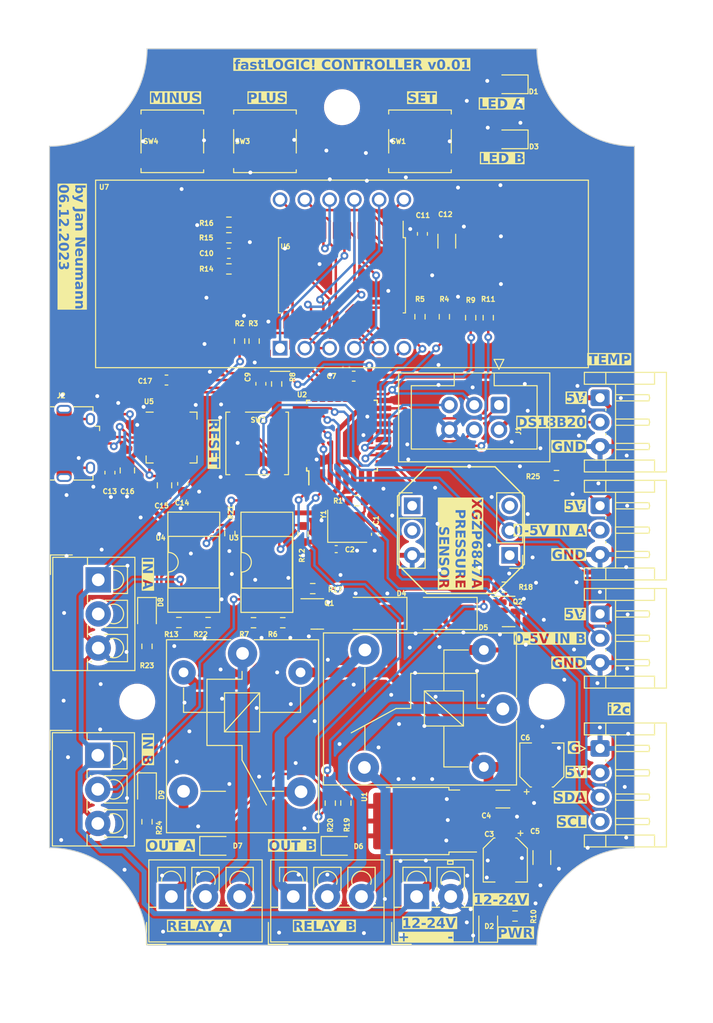
<source format=kicad_pcb>
(kicad_pcb (version 20221018) (generator pcbnew)
  (layers (0 "F.Cu" signal) (31 "B.Cu" signal) (34 "B.Paste" user) (35 "F.Paste" user) (36 "B.SilkS" user "B.Silkscreen") (37 "F.SilkS" user "F.Silkscreen") (38 "B.Mask" user) (39 "F.Mask" user) (44 "Edge.Cuts" user))
  (net 0 "")
  (net 1 "GND")
  (net 2 "Net-(U2-XTAL2{slash}PB7)")
  (net 3 "Net-(U2-XTAL1{slash}PB6)")
  (net 4 "reset")
  (net 5 "BUTTON")
  (net 6 "+12V")
  (net 7 "+5V")
  (net 8 "Net-(J2-VBUS)")
  (net 9 "Net-(D1-A)")
  (net 10 "Net-(D2-A)")
  (net 11 "Net-(J2-D-)")
  (net 12 "Net-(J2-D+)")
  (net 13 "Net-(D3-A)")
  (net 14 "v_sens")
  (net 15 "Net-(U2-PD6)")
  (net 16 "Net-(U2-PD7)")
  (net 17 "Net-(J8-Pin_2)")
  (net 18 "Net-(D4-A)")
  (net 19 "Net-(D5-A)")
  (net 20 "Net-(J9-Pin_2)")
  (net 25 "Net-(D6-A)")
  (net 26 "LED_A")
  (net 27 "Net-(D7-A)")
  (net 28 "LED_B")
  (net 29 "Net-(R15-Pad1)")
  (net 30 "Net-(R16-Pad1)")
  (net 31 "Net-(D8-A)")
  (net 32 "Net-(D9-A)")
  (net 33 "D_OUT_A")
  (net 34 "Net-(U6-SEG1{slash}KS1)")
  (net 35 "unconnected-(J2-Shield-Pad6)")
  (net 36 "Net-(U6-SEG2{slash}KS2)")
  (net 37 "Net-(U6-SEG3{slash}KS3)")
  (net 38 "Net-(U6-SEG4{slash}KS4)")
  (net 39 "Net-(U6-SEG5{slash}KS5)")
  (net 40 "Net-(U6-SEG6{slash}KS6)")
  (net 41 "Net-(U6-SEG7{slash}KS7)")
  (net 42 "Net-(U6-SEG8{slash}KS8)")
  (net 43 "Net-(U6-GRID4)")
  (net 44 "Net-(U6-GRID3)")
  (net 45 "Net-(U6-GRID2)")
  (net 46 "Net-(U6-GRID1)")
  (net 66 "DS18B20_DATA")
  (net 67 "MOSI")
  (net 68 "MISO")
  (net 69 "SDA")
  (net 70 "SCL")
  (net 71 "RX")
  (net 72 "TX")
  (net 80 "Net-(U5-~{DTR})")
  (net 81 "D_OUT_B")
  (net 82 "0-5V_IN_A")
  (net 83 "0-5V_IN_B")
  (net 84 "Net-(J14-Pin_1)")
  (net 85 "Net-(J14-Pin_2)")
  (net 86 "Net-(J14-Pin_3)")
  (net 87 "Net-(J15-Pin_1)")
  (net 88 "Net-(J15-Pin_2)")
  (net 89 "Net-(J15-Pin_3)")
  (net 90 "Net-(Q1-B)")
  (net 91 "Net-(Q2-B)")
  (net 92 "Net-(R6-Pad1)")
  (net 93 "DIG_IN_B")
  (net 94 "Net-(R22-Pad1)")
  (net 95 "DIG_IN_A")
  (footprint "Resistor_SMD:R_0603_1608Metric" (layer "F.Cu") (at 75 47.6 -90)
    (fp_text reference "R11")
    (fp_text value "R330")
  )
  (footprint "Button_Switch_SMD:SW_Push_1P1T_NO_CK_KSC7xxJ" (layer "F.Cu") (at 42.6 29.5)
    (fp_text reference "SW4")
    (fp_text value "MINUS")
  )
  (footprint "LED_SMD:LED_0805_2012Metric" (layer "F.Cu") (at 77.4 23.65 180)
    (fp_text reference "D1")
    (fp_text value "LED_A")
  )
  (footprint "Resistor_SMD:R_0603_1608Metric" (layer "F.Cu") (at 43.27 78.88)
    (fp_text reference "R13")
    (fp_text value "R10k")
  )
  (footprint "Package_DIP:DIP-4_W7.62mm_SMDSocket_SmallPads" (layer "F.Cu") (at 44.8 72.69 90)
    (fp_text reference "U4")
    (fp_text value "EL817")
  )
  (footprint "LED_SMD:LED_0805_2012Metric" (layer "F.Cu") (at 75 110 90)
    (fp_text reference "D2")
    (fp_text value "LED_PWR")
  )
  (footprint "TerminalBlock_4Ucon:TerminalBlock_4Ucon_1x03_P3.50mm_Vertical" (layer "F.Cu") (at 35 74.5 -90)
    (fp_text reference "J8" hide)
    (fp_text value "12-24V_IN_A")
  )
  (footprint "Resistor_SMD:R_0603_1608Metric" (layer "F.Cu") (at 61.5 66.3875 180)
    (fp_text reference "R1")
    (fp_text value "R1M")
  )
  (footprint "Capacitor_SMD:C_1206_3216Metric" (layer "F.Cu") (at 80.5 103 -90)
    (fp_text reference "C5")
    (fp_text value "C100nF")
  )
  (footprint "Package_TO_SOT_SMD:SOT-23" (layer "F.Cu") (at 77.0875 77.75)
    (fp_text reference "Q2")
    (fp_text value "MMBT5551L")
  )
  (footprint "Resistor_SMD:R_0603_1608Metric" (layer "F.Cu") (at 60.4 97.4 90)
    (fp_text reference "R19")
    (fp_text value "R330")
  )
  (footprint "LED_SMD:LED_0805_2012Metric" (layer "F.Cu") (at 47.1 101.8)
    (fp_text reference "D7")
    (fp_text value "LED_OUT_A")
  )
  (footprint "Package_TO_SOT_SMD:SOT-23" (layer "F.Cu") (at 57.4625 78)
    (fp_text reference "Q1")
    (fp_text value "MMBT5551L")
  )
  (footprint "Connector_JST:JST_EH_S3B-EH_1x03_P2.50mm_Horizontal" (layer "F.Cu") (at 86.4675 55.82 -90)
    (fp_text reference "J3" hide)
    (fp_text value "DS18B20")
  )
  (footprint "Resistor_SMD:R_0603_1608Metric" (layer "F.Cu") (at 82 63.8 180)
    (fp_text reference "R25")
    (fp_text value "R4.7k")
  )
  (footprint "Capacitor_SMD:C_1206_3216Metric" (layer "F.Cu") (at 70.75 39.75 90)
    (fp_text reference "C12")
    (fp_text value "C100uF")
  )
  (footprint "Capacitor_SMD:C_0603_1608Metric" (layer "F.Cu") (at 48.4 41 180)
    (fp_text reference "C10")
    (fp_text value "C100nF")
  )
  (footprint "Button_Switch_SMD:SW_Push_1P1T_NO_CK_KSC7xxJ" (layer "F.Cu") (at 68 29.5)
    (fp_text reference "SW1")
    (fp_text value "SET")
  )
  (footprint "Capacitor_SMD:C_0603_1608Metric" (layer "F.Cu") (at 36.2 63.5 -90)
    (fp_text reference "C13")
    (fp_text value "C100nF")
  )
  (footprint "LED_SMD:LED_0805_2012Metric" (layer "F.Cu") (at 77.4 29.3 180)
    (fp_text reference "D3")
    (fp_text value "LED_B")
  )
  (footprint "Resistor_SMD:R_0603_1608Metric" (layer "F.Cu") (at 50.99 50 -90)
    (fp_text reference "R3")
    (fp_text value "R2.2k")
  )
  (footprint "Capacitor_SMD:C_0402_1005Metric" (layer "F.Cu") (at 59.4075 71.35)
    (fp_text reference "C2")
    (fp_text value "C18pF")
  )
  (footprint "Package_DIP:DIP-4_W7.62mm_SMDSocket_SmallPads" (layer "F.Cu") (at 52.3 72.7 90)
    (fp_text reference "U3")
    (fp_text value "EL817")
  )
  (footprint "Connector_JST:JST_EH_S3B-EH_1x03_P2.50mm_Horizontal" (layer "F.Cu") (at 86.4675 66.9 -90)
    (fp_text reference "J10" hide)
    (fp_text value "0-5V_ANALOG_IN_A")
  )
  (footprint "Connector_JST:JST_EH_S3B-EH_1x03_P2.50mm_Horizontal" (layer "F.Cu") (at 86.4675 78 -90)
    (fp_text reference "J13" hide)
    (fp_text value "0-5V_ANALOG_IN_B")
  )
  (footprint "TerminalBlock_4Ucon:TerminalBlock_4Ucon_1x03_P3.50mm_Vertical" (layer "F.Cu") (at 34.955 92.5 -90)
    (fp_text reference "J9" hide)
    (fp_text value "12-24V_IN_B")
  )
  (footprint "Connector_PinHeader_2.54mm:PinHeader_1x03_P2.54mm_Vertical" (layer "F.Cu") (at 67.2 66.9)
    (fp_text reference "J11" hide)
    (fp_text value "PRES_SENS_BOTTOM")
  )
  (footprint "MountingHole:MountingHole_3.2mm_M3_DIN965" (layer "F.Cu") (at 60 26)
    (fp_text reference "H1" hide)
    (fp_text value "MH")
  )
  (footprint "Resistor_SMD:R_0603_1608Metric" (layer "F.Cu") (at 73.2 47.6 -90)
    (fp_text reference "R9")
    (fp_text value "R330")
  )
  (footprint "Resistor_SMD:R_0603_1608Metric" (layer "F.Cu") (at 53.925 78.9)
    (fp_text reference "R6")
    (fp_text value "R470")
  )
  (footprint "TerminalBlock_4Ucon:TerminalBlock_4Ucon_1x03_P3.50mm_Vertical" (layer "F.Cu") (at 42.5 107)
    (fp_text reference "J15" hide)
    (fp_text value "RELAY_OUT_A")
  )
  (footprint "Resistor_SMD:R_0603_1608Metric" (layer "F.Cu") (at 48.4 37.8 180)
    (fp_text reference "R16")
    (fp_text value "R620")
  )
  (footprint "Resistor_SMD:R_0603_1608Metric" (layer "F.Cu") (at 40 99.325 -90)
    (fp_text reference "R24")
    (fp_text value "R330")
  )
  (footprint "Resistor_SMD:R_0603_1608Metric" (layer "F.Cu") (at 46.27 78.88 180)
    (fp_text reference "R22")
    (fp_text value "R470")
  )
  (footprint "Crystal:Crystal_SMD_3225-4Pin_3.2x2.5mm" (layer "F.Cu") (at 60.5375 69)
    (fp_text reference "Y1")
    (fp_text value "Crystal_25MHz")
  )
  (footprint "TerminalBlock_4Ucon:TerminalBlock_4Ucon_1x02_P3.50mm_Vertical" (layer "F.Cu") (at 67.65 107)
    (fp_text reference "J4" hide)
    (fp_text value "12-24V")
  )
  (footprint "Button_Switch_SMD:SW_Push_1P1T_NO_CK_KSC7xxJ" (layer "F.Cu") (at 52.1 29.5)
    (fp_text reference "SW3")
    (fp_text value "PLUS")
  )
  (footprint "MountingHole:MountingHole_3.2mm_M3_DIN965" (layer "F.Cu") (at 39 87)
    (fp_text reference "H5" hide)
    (fp_text value "MH")
  )
  (footprint "Relay_THT:Relay_SPDT_SANYOU_SRD_Series_Form_C" (layer "F.Cu") (at 49.8 82.05 -90)
    (fp_text reference "K1" hide)
    (fp_text value "SANYOU_SRD_Form_C")
  )
  (footprint "Resistor_SMD:R_0603_1608Metric" (layer "F.Cu") (at 40 81.325 -90)
    (fp_text reference "R23")
    (fp_text value "R330")
  )
  (footprint "Package_DFN_QFN:QFN-28-1EP_5x5mm_P0.5mm_EP3.35x3.35mm" (layer "F.Cu") (at 42.52 59.9)
    (fp_text reference "U5")
    (fp_text value "CP2102N-Axx-xQFN28")
  )
  (footprint "Resistor_SMD:R_0603_1608Metric" (layer "F.Cu") (at 70.5 47.5 -90)
    (fp_text reference "R4")
    (fp_text value "R10k")
  )
  (footprint "LED_SMD:LED_0805_2012Metric" (layer "F.Cu") (at 59.55 101.8)
    (fp_text reference "D6")
    (fp_text value "LED_OUT_B")
  )
  (footprint "Capacitor_SMD:C_0603_1608Metric" (layer "F.Cu") (at 68.25 39 90)
    (fp_text reference "C11")
    (fp_text value "C100nF")
  )
  (footprint "Connector_PinHeader_2.54mm:PinHeader_1x03_P2.54mm_Vertical" (layer "F.Cu") (at 77.2 71.98 180)
    (fp_text reference "J12" hide)
    (fp_text value "PRES_SENS_TOP")
  )
  (footprint "Resistor_SMD:R_0603_1608Metric" (layer "F.Cu") (at 58.8 97.414812 -90)
    (fp_text reference "R20")
    (fp_text value "R330")
  )
  (footprint "Resistor_SMD:R_0603_1608Metric" (layer "F.Cu") (at 48.5 69.75 -90)
    (fp_text reference "R21")
    (fp_text value "R10k")
  )
  (footprint "Resistor_SMD:R_0603_1608Metric" (layer "F.Cu") (at 76.65 75.25)
    (fp_text reference "R18")
    (fp_text value "R2.2k")
  )
  (footprint "Relay_THT:Relay_SPDT_SANYOU_SRD_Series_Form_C" (layer "F.Cu") (at 76.5 87.75 180)
    (fp_text reference "K2" hide)
    (fp_text value "SANYOU_SRD_Form_C")
  )
  (footprint "TerminalBlock_4Ucon:TerminalBlock_4Ucon_1x03_P3.50mm_Vertical" (layer "F.Cu") (at 55 107)
    (fp_text reference "J14" hide)
    (fp_text value "RELAY_OUT_B")
  )
  (footprint "Connector_IDC:IDC-Header_2x03_P2.54mm_Vertical" (layer "F.Cu") (at 76.1 56.56 -90)
    (fp_text reference "J1")
    (fp_text value "AVR-ISP-6")
  )
  (footprint "Capacitor_SMD:C_0805_2012Metric" (layer "F.Cu") (at 37.99 63.275 -90)
    (fp_text reference "C16")
    (fp_text value "C10uF")
  )
  (footprint "Resistor_SMD:R_0603_1608Metric" (layer "F.Cu") (at 56 69.8 -90)
    (fp_text reference "R12")
    (fp_text value "R10k")
  )
  (footprint "Connector_JST:JST_EH_S4B-EH_1x04_P2.50mm_Horizontal" (layer "F.Cu") (at 86.4675 91.8 -90)
    (fp_text reference "J5" hide)
    (fp_text value "I2C")
  )
  (footprint "Resistor_SMD:R_0603_1608Metric" (layer "F.Cu") (at 57 75.4 180)
    (fp_text reference "R17")
    (fp_text value "R2.2k")
  )
  (footprint "Capacitor_SMD:CP_Elec_4x5.4" (layer "F.Cu") (at 80.5 93.5 90)
    (fp_text reference "C6")
    (fp_text value "C_330nF")
  )
  (footprint "Package_TO_SOT_SMD:TO-252-2" (layer "F.Cu") (at 67.66 99.25 180)
    (fp_text reference "U1")
    (fp_text value "LM78M05_TO252")
  )
  (footprint "Resistor_SMD:R_0603_1608Metric" (layer "F.Cu") (at 48.4 42.6)
    (fp_text reference "R14")
    (fp_text value "R10k")
  )
  (footprint "Connector_USB:USB_Micro-B_Amphenol_10118194_Horizontal" (layer "F.Cu") (at 32.8 60.5 -90)
    (fp_text reference "J2")
    (fp_text value "USB_B_Micro")
  )
  (footprint "Package_SO:SOP-20_7.5x12.8mm_P1.27mm" (layer "F.Cu") (at 60 43.25 -90)
    (fp_text reference "U6")
    (fp_text value "TM1637")
  )
  (footprint "LED_SMD:LED_0805_2012Metric" (layer "F.Cu") (at 40 78 -90)
    (fp_text reference "D8")
    (fp_text value "LED_OUT_B")
  )
  (footprint "LED_SMD:LED_0805_2012Metric" (layer "F.Cu") (at 40 96 -90)
    (fp_text reference "D9")
    (fp_text value "LED_OUT_B")
  )
  (footprint "Resistor_SMD:R_0603_1608Metric" (layer "F.Cu") (at 77.75 109)
    (fp_text reference "R10")
    (fp_text value "R330")
  )
  (footprint "Resistor_SMD:R_0603_1608Metric" (layer "F.Cu") (at 53.3 54.4 -90)
    (fp_text reference "R8")
    (fp_text value "R10k")
  )
  (footprint "Capacitor_SMD:C_0603_1608Metric" (layer "F.Cu") (at 43.66 64.6475 90)
    (fp_text reference "C14")
    (fp_text value "C100nF")
  )
  (footprint "Capacitor_SMD:C_0603_1608Metric" (layer "F.Cu") (at 42 54)
    (fp_text reference "C17")
    (fp_text value "C100nF")
  )
  (footprint "Display_7Segment:CA56-12SRWA" (layer "F.Cu") (at 53.65 50.7275 90)
    (fp_text reference "U7")
    (fp_text value "CA56-12SRWA")
  )
  (footprint "Capacitor_SMD:C_1206_3216Metric" (layer "F.Cu") (at 76.5 97)
    (fp_text reference "C4")
    (fp_text value "C100nF")
  )
  (footprint "Capacitor_SMD:C_0402_1005Metric" (layer "F.Cu") (at 63.3875 69.83 90)
    (fp_text reference "C1")
    (fp_text value "C18pF")
  )
  (footprint "Diode_SMD:D_SMA" (layer "F.Cu") (at 70.35 77.95 180)
    (fp_text reference "D5")
    (fp_text value "D")
  )
  (footprint "Resistor_SMD:R_0603_1608Metric" (layer "F.Cu") (at 50.925 78.9)
    (fp_text reference "R7")
    (fp_text value "R10k")
  )
  (footprint "Package_QFP:TQFP-32_7x7mm_P0.8mm" (layer "F.Cu") (at 60 59.7 90)
    (fp_text reference "U2")
    (fp_text value "ATmega328P-A")
  )
  (footprint "Diode_SMD:D_SMA" (layer "F.Cu") (at 63.15 77.95 180)
    (fp_text reference "D4")
    (fp_text value "D")
  )
  (footprint "Capacitor_SMD:CP_Elec_4x5.4" (layer "F.Cu") (at 76.75 103.25 -90)
    (fp_text reference "C3")
    (fp_text value "C_330nF")
  )
  (footprint "Resistor_SMD:R_0603_1608Metric" (layer "F.Cu") (at 48.4 39.4)
    (fp_text reference "R15")
    (fp_text value "R330")
  )
  (footprint "Capacitor_SMD:C_0603_1608Metric" (layer "F.Cu") (at 51.68 54.385 90)
    (fp_text reference "C9")
    (fp_text value "C100nF")
  )
  (footprint "Resistor_SMD:R_0603_1608Metric" (layer "F.Cu") (at 49.5 50 90)
    (fp_text reference "R2")
    (fp_text value "R10k")
  )
  (footprint "Resistor_SMD:R_0603_1608Metric" (layer "F.Cu") (at 68 47.5 -90)
    (fp_text reference "R5")
    (fp_text value "R10k")
  )
  (footprint "Capacitor_SMD:C_0603_1608Metric" (layer "F.Cu") (at 61.2 53.6 180)
    (fp_text reference "C7")
    (fp_text value "C100nF")
  )
  (footprint "Button_Switch_SMD:SW_Push_1P1T_NO_CK_KSC7xxJ" (layer "F.Cu") (at 51.3 60.5 90)
    (fp_text reference "SW2")
    (fp_text value "reset")
  )
  (footprint "Capacitor_SMD:C_0805_2012Metric" (layer "F.Cu") (at 41.8 64.8 90)
    (fp_text reference "C15")
    (fp_text value "C10uF")
  )
  (footprint "MountingHole:MountingHole_3.2mm_M3_DIN965" (layer "F.Cu") (at 81 87)
    (fp_text reference "H3" hide)
    (fp_text value "MH")
  )
  (gr_line (start 78.7 65.9) (end 75.7 62.9) (stroke (width 0.15)) (layer "F.SilkS"))
  (gr_line (start 75.7 75.9) (end 68.7 75.9) (stroke (width 0.15)) (layer "F.SilkS"))
  (gr_line (start 65.7 72.9) (end 68.7 75.9) (stroke (width 0.15)) (layer "F.SilkS"))
  (gr_line (start 75.7 75.9) (end 78.7 72.9) (stroke (width 0.15)) (layer "F.SilkS"))
  (gr_line (start 78.7 65.9) (end 78.7 72.9) (stroke (width 0.15)) (layer "F.SilkS"))
  (gr_line (start 68.7 62.9) (end 65.7 65.9) (stroke (width 0.15)) (layer "F.SilkS"))
  (gr_line (start 65.7 72.9) (end 65.7 65.9) (stroke (width 0.15)) (layer "F.SilkS"))
  (gr_line (start 68.7 62.9) (end 75.7 62.9) (stroke (width 0.15)) (layer "F.SilkS"))
  (gr_arc (start 80 112) (mid 82.928932 104.928932) (end 90 102) (stroke (width 0.1)) (layer "Edge.Cuts"))
  (gr_line (start 90 102) (end 90 30) (stroke (width 0.1)) (layer "Edge.Cuts"))
  (gr_arc (start 40 20) (mid 37.071068 27.071068) (end 30 30) (stroke (width 0.1)) (layer "Edge.Cuts"))
  (gr_line (start 40 20) (end 80 20) (stroke (width 0.1)) (layer "Edge.Cuts"))
  (gr_line (start 30 30) (end 30 102) (stroke (width 0.1)) (layer "Edge.Cuts"))
  (gr_line (start 40 112) (end 80 112) (stroke (width 0.1)) (layer "Edge.Cuts"))
  (gr_arc (start 90 30) (mid 82.928932 27.071068) (end 80 20) (stroke (width 0.1)) (layer "Edge.Cuts"))
  (gr_arc (start 30 102) (mid 37.071068 104.928932) (end 40 112) (stroke (width 0.1)) (layer "Edge.Cuts"))
  (gr_text "XGZP6847A\nPRESSURE\nSENSOR" (at 69.8 75.4 -90) (layer "F.SilkS" knockout) (effects (font (size 1 1) (thickness 0.25) bold) (justify right bottom)))
  (gr_text "DS18B20" (at 85 58.4) (layer "F.SilkS" knockout) (effects (font (size 1 1) (thickness 0.25) bold) (justify right)))
  (gr_text "LED A" (at 78.6 26.3) (layer "F.SilkS" knockout) (effects (font (size 1 1) (thickness 0.25) bold) (justify right bottom)))
  (gr_text "TEMP" (at 89.6 51.95) (layer "F.SilkS" knockout) (effects (font (size 1 1) (thickness 0.25) bold) (justify right)))
  (gr_text "RELAY A" (at 48.5 110.1) (layer "F.SilkS" knockout) (effects (font (size 1 1) (thickness 0.25) bold) (justify right)))
  (gr_text "IN B" (at 40 93.5 270) (layer "F.SilkS" knockout) (effects (font (size 1 1) (thickness 0.25) bold) (justify right)))
  (gr_text "G" (at 84.3675 91.8) (layer "F.SilkS" knockout) (effects (font (size 1 1) (thickness 0.25) bold) (justify right)))
  (gr_text "12-24V" (at 71.7 109.8) (layer "F.SilkS" knockout) (effects (font (size 1 1) (thickness 0.25) bold) (justify right)))
  (gr_text "by Jan Neumann\n06.12.2023" (at 30.8 33.9 270) (layer "F.SilkS" knockout) (effects (font (size 1 1) (thickness 0.25) bold) (justify left bottom)))
  (gr_text "5V" (at 84.9 78.1) (layer "F.SilkS" knockout) (effects (font (size 1 1) (thickness 0.25) bold) (justify right)))
  (gr_text "LED B" (at 78.7 31.9) (layer "F.SilkS" knockout) (effects (font (size 1 1) (thickness 0.25) bold) (justify right bottom)))
  (gr_text "OUT A" (at 44.8 101.85) (layer "F.SilkS" knockout) (effects (font (size 1 1) (thickness 0.25) bold) (justify right)))
  (gr_text "RESET" (at 46.2 58.05 -90) (layer "F.SilkS" knockout) (effects (font (size 1 1) (thickness 0.25) bold) (justify left bottom)))
  (gr_text "OUT B" (at 57.3 101.85) (layer "F.SilkS" knockout) (effects (font (size 1 1) (thickness 0.25) bold) (justify right)))
  (gr_text "PLUS" (at 50.3 25.7) (layer "F.SilkS" knockout) (effects (font (size 1 1) (thickness 0.25) bold) (justify left bottom)))
  (gr_text "fastLOGIC! CONTROLLER v0.01" (at 48.95 22.3) (layer "F.SilkS" knockout) (effects (font (size 1 1) (thickness 0.25) bold) (justify left bottom)))
  (gr_text "MINUS" (at 40.3 25.7) (layer "F.SilkS" knockout) (effects (font (size 1 1) (thickness 0.25) bold) (justify left bottom)))
  (gr_text "GND" (at 85 72) (layer "F.SilkS" knockout) (effects (font (size 1 1) (thickness 0.25) bold) (justify right)))
  (gr_text "GND" (at 85 60.9) (layer "F.SilkS" knockout) (effects (font (size 1 1) (thickness 0.25) bold) (justify right)))
  (gr_text "-" (at 71.4 103.5) (layer "F.SilkS" knockout) (effects (font (size 1 1) (thickness 0.25) bold) (justify right)))
  (gr_text "0-5V IN B" (at 85 80.6) (layer "F.SilkS" knockout) (effects (font (size 1 1) (thickness 0.25) bold) (justify right)))
  (gr_text "PWR" (at 79.6 110.8) (layer "F.SilkS" knockout) (effects (font (size 1 1) (thickness 0.25) bold) (justify right)))
  (gr_text "+        -" (at 71.4 111.2) (layer "F.SilkS" knockout) (effects (font (size 1 1) (thickness 0.25) bold) (justify right)))
  (gr_text "i2c" (at 89.55 87.85) (layer "F.SilkS" knockout) (effects (font (size 1 1) (thickness 0.25) bold) (justify right)))
  (gr_text "12-24V" (at 79.05 107.4) (layer "F.SilkS" knockout) (effects (font (size 1 1) (thickness 0.25) bold) (justify right)))
  (gr_text "SDA" (at 85 96.9) (layer "F.SilkS" knockout) (effects (font (size 1 1) (thickness 0.25) bold) (justify right)))
  (gr_text "IN A" (at 40 75.5 -90) (layer "F.SilkS" knockout) (effects (font (size 1 1) (thickness 0.25) bold) (justify right)))
  (gr_text "SET" (at 66.7 25.7) (layer "F.SilkS" knockout) (effects (font (size 1 1) (thickness 0.25) bold) (justify left bottom)))
  (gr_text "5V" (at 85 55.9) (layer "F.SilkS" knockout) (effects (font (size 1 1) (thickness 0.25) bold) (justify right)))
  (gr_text "0-5V IN A" (at 85 69.5) (layer "F.SilkS" knockout) (effects (font (size 1 1) (thickness 0.25) bold) (justify right)))
  (gr_text "RELAY B" (at 61.4 110.1) (layer "F.SilkS" knockout) (effects (font (size 1 1) (thickness 0.25) bold) (justify right)))
  (gr_text "5V" (at 84.9 67) (layer "F.SilkS" knockout) (effects (font (size 1 1) (thickness 0.25) bold) (justify right)))
  (gr_text "GND" (at 85 83.1) (layer "F.SilkS" knockout) (effects (font (size 1 1) (thickness 0.25) bold) (justify right)))
  (gr_text "5V" (at 85 94.3) (layer "F.SilkS" knockout) (effects (font (size 1 1) (thickness 0.25) bold) (justify right)))
  (gr_text "SCL" (at 85 99.4) (layer "F.SilkS" knockout) (effects (font (size 1 1) (thickness 0.25) bold) (justify right)))
  (segment (start 59.6 54.425) (end 60.425 53.6) (width 0.25) (layer "F.Cu") (net 1))
  (segment (start 65.715 38.65) (end 66.85 38.65) (width 0.25) (layer "F.Cu") (net 1))
  (segment (start 68.25 38.225) (end 67.275 38.225) (width 0.25) (layer "F.Cu") (net 1))
  (segment (start 66.85 38.65) (end 67 38.5) (width 0.25) (layer "F.Cu") (net 1))
  (segment (start 39.6 59.4) (end 39 58.8) (width 0.25) (layer "F.Cu") (net 1))
  (segment (start 36.41 63.535) (end 36.41 63.75) (width 0.25) (layer "F.Cu") (net 1))
  (segment (start 39 58.8) (end 39 58.6) (width 0.25) (layer "F.Cu") (net 1))
  (segment (start 68.25 38.225) (end 70.7 38.225) (width 0.25) (layer "F.Cu") (net 1))
  (segment (start 42.02 59.4) (end 42.52 59.9) (width 0.25) (layer "F.Cu") (net 1))
  (segment (start 70.75 38.275) (end 72.475 38.275) (width 0.25) (layer "F.Cu") (net 1))
  (segment (start 70.7 38.225) (end 70.75 38.275) (width 0.25) (layer "F.Cu") (net 1))
  (segment (start 34.2 61.8) (end 34.675 61.8) (width 0.25) (layer "F.Cu") (net 1))
  (segment (start 67.275 38.225) (end 67 38.5) (width 0.25) (layer "F.Cu") (net 1))
  (segment (start 33.2 61.8) (end 33 62) (width 0.25) (layer "F.Cu") (net 1))
  (segment (start 34.2 61.8) (end 33.2 61.8) (width 0.25) (layer "F.Cu") (net 1))
  (segment (start 59.6 55.45) (end 59.6 54.425) (width 0.25) (layer "F.Cu") (net 1))
  (segment (start 72.475 38.275) (end 72.5 38.25) (width 0.25) (layer "F.Cu") (net 1))
  (segment (start 40.07 59.4) (end 42.02 59.4) (width 0.25) (layer "F.Cu") (net 1))
  (segment (start 40.07 59.4) (end 39.6 59.4) (width 0.25) (layer "F.Cu") (net 1))
  (via (at 45.85 29.4) (size 0.8) (drill 0.4) (layers "F.Cu" "B.Cu") (net 1))
  (via (at 61.4 75.9) (size 0.8) (drill 0.4) (layers "F.Cu" "B.Cu") (net 1))
  (via (at 45.25 104.65) (size 0.8) (drill 0.4) (layers "F.Cu" "B.Cu") (net 1))
  (via (at 35.25 85.2) (size 0.8) (drill 0.4) (layers "F.Cu" "B.Cu") (net 1))
  (via (at 74.45 86.4) (size 0.8) (drill 0.4) (layers "F.Cu" "B.Cu") (net 1))
  (via (at 79.7 97.4) (size 0.8) (drill 0.4) (layers "F.Cu" "B.Cu") (net 1))
  (via (at 72.45 79.9) (size 0.8) (drill 0.4) (layers "F.Cu" "B.Cu") (net 1))
  (via (at 89.15 100.95) (size 0.8) (drill 0.4) (layers "F.Cu" "B.Cu") (net 1))
  (via (at 53.55 110.7) (size 0.8) (drill 0.4) (layers "F.Cu" "B.Cu") (net 1))
  (via (at 31.2 101.2) (size 0.8) (drill 0.4) (layers "F.Cu" "B.Cu") (net 1))
  (via (at 73.85 83.85) (size 0.8) (drill 0.4) (layers "F.Cu" "B.Cu") (net 1))
  (via (at 78.45 103.05) (size 0.8) (drill 0.4) (layers "F.Cu" "B.Cu") (net 1))
  (via (at 42.8 81.3) (size 0.8) (drill 0.4) (layers "F.Cu" "B.Cu") (net 1))
  (via (at 67 38.5) (size 0.8) (drill 0.4) (layers "F.Cu" "B.Cu") (net 1))
  (via (at 70.75 97) (size 0.8) (drill 0.4) (layers "F.Cu" "B.Cu") (net 1))
  (via (at 77.15 73.85) (size 0.8) (drill 0.4) (layers "F.Cu" "B.Cu") (net 1))
  (via (at 48.7 73.9) (size 0.8) (drill 0.4) (layers "F.Cu" "B.Cu") (net 1))
  (via (at 69.55 65.05) (size 0.8) (drill 0.4) (layers "F.Cu" "B.Cu") (net 1))
  (via (at 71.9 34.25) (size 0.8) (drill 0.4) (layers "F.Cu" "B.Cu") (net 1))
  (via (at 74.95 103.3) (size 0.8) (drill 0.4) (layers "F.Cu" "B.Cu") (net 1))
  (via (at 68.6 103.3) (size 0.8) (drill 0.4) (layers "F.Cu" "B.Cu") (net 1))
  (via (at 63.75 91.7) (size 0.8) (drill 0.4) (layers "F.Cu" "B.Cu") (net 1))
  (via (at 73.4 54.75) (size 0.8) (drill 0.4) (layers "F.Cu" "B.Cu") (net 1))
  (via (at 37.7 92.9) (size 0.8) (drill 0.4) (layers "F.Cu" "B.Cu") (net 1))
  (via (at 44.5 71.8) (size 0.8) (drill 0.4) (layers "F.Cu" "B.Cu") (net 1))
  (via (at 39 58.6) (size 0.8) (drill 0.4) (layers "F.Cu" "B.Cu") (net 1))
  (via (at 80.35 105.85) (size 0.8) (drill 0.4) (layers "F.Cu" "B.Cu") (net 1))
  (via (at 67.5 84.05) (size 0.8) (drill 0.4) (layers "F.Cu" "B.Cu") (net 1))
  (via (at 76.25 34) (size 0.8) (drill 0.4) (layers "F.Cu" "B.Cu") (net 1))
  (via (at 49.3 60.45) (size 0.8) (drill 0.4) (layers "F.Cu" "B.Cu") (net 1))
  (via (at 75.1 70.95) (size 0.8) (drill 0.4) (layers "F.Cu" "B.Cu") (net 1))
  (via (at 58.8 53.45) (size 0.8) (drill 0.4) (layers "F.Cu" "B.Cu") (net 1))
  (via (at 78.65 76.45) (size 0.8) (drill 0.4) (layers "F.Cu" "B.Cu") (net 1))
  (via (at 78.3 27.6) (size 0.8) (drill 0.4) (layers "F.Cu" "B.Cu") (net 1))
  (via (at 46.45 53.15) (size 0.8) (drill 0.4) (layers "F.Cu" "B.Cu") (net 1))
  (via (at 80.55 89.55) (size 0.8) (drill 0.4) (layers "F.Cu" "B.Cu") (net 1))
  (via (at 86.45 89.65) (size 0.8) (drill 0.4) (layers "F.Cu" "B.Cu") (net 1))
  (via (at 76.3 44.15) (size 0.8) (drill 0.4) (layers "F.Cu" "B.Cu") (net 1))
  (via (at 78.85 81.15) (size 0.8) (drill 0.4) (layers "F.Cu" "B.Cu") (net 1))
  (via (at 43.05 93.15) (size 0.8) (drill 0.4) (layers "F.Cu" "B.Cu") (net 1))
  (via (at 89.25 66.9) (size 0.8) (drill 0.4) (layers "F.Cu" "B.Cu") (net 1))
  (via (at 41.65 110.6) (size 0.8) (drill 0.4) (layers "F.Cu" "B.Cu") (net 1))
  (via (at 45.15 38.1) (size 0.8) (drill 0.4) (layers "F.Cu" "B.Cu") (net 1))
  (via (at 57.7 42.1) (size 0.8) (drill 0.4) (layers "F.Cu" "B.Cu") (net 1))
  (via (at 51.1 74.5) (size 0.8) (drill 0.4) (layers "F.Cu" "B.Cu") (net 1))
  (via (at 65.05 86.3) (size 0.8) (drill 0.4) (layers "F.Cu" "B.Cu") (net 1))
  (via (at 83.8 81.65) (size 0.8) (drill 0.4) (layers "F.Cu" "B.Cu") (net 1))
  (via (at 86.3 64.6) (size 0.8) (drill 0.4) (layers "F.Cu" "B.Cu") (net 1))
  (via (at 78.25 62.85) (size 0.8) (drill 0.4) (layers "F.Cu" "B.Cu") (net 1))
  (via (at 84.15 54.6) (size 0.8) (drill 0.4) (layers "F.Cu" "B.Cu") (net 1))
  (via (at 82.25 91.75) (size 0.8) (drill 0.4) (layers "F.Cu" "B.Cu") (net 1))
  (via (at 56 72) (size 0.8) (drill 0.4) (layers "F.Cu" "B.Cu") (net 1))
  (via (at 31.75 65.8) (size 0.8) (drill 0.4) (layers "F.Cu" "B.Cu") (net 1))
  (via (at 80.7 78.6) (size 0.8) (drill 0.4) (layers "F.Cu" "B.Cu") (net 1))
  (via (at 48.45 95.45) (size 0.8) (drill 0.4) (layers "F.Cu" "B.Cu") (net 1))
  (via (at 75.35 66) (size 0.8) (drill 0.4) (layers "F.Cu" "B.Cu") (net 1))
  (via (at 57.9 68.4) (size 0.8) (drill 0.4) (layers "F.Cu" "B.Cu") (net 1))
  (via (at 62.25 110.75) (size 0.8) (drill 0.4) (layers "F.Cu" "B.Cu") (net 1))
  (via (at 65.85 89.3) (size 0.8) (drill 0.4) (layers "F.Cu" "B.Cu") (net 1))
  (via (at 70.85 99.15) (size 0.8) (drill 0.4) (layers "F.Cu" "B.Cu") (net 1))
  (via (at 89.15 73.2) (size 0.8) (drill 0.4) (layers "F.Cu" "B.Cu") (net 1))
  (via (at 73.2 108.3) (size 0.8) (drill 0.4) (layers "F.Cu" "B.Cu") (net 1))
  (via (at 49.95 47.4) (size 0.8) (drill 0.4) (layers "F.Cu" "B.Cu") (net 1))
  (via (at 64.75 44.85) (size 0.8) (drill 0.4) (layers "F.Cu" "B.Cu") (net 1))
  (via (at 67.35 94.9) (size 0.8) (drill 0.4) (layers "F.Cu" "B.Cu") (net 1))
  (via (at 37.05 56.35) (size 0.8) (drill 0.4) (layers "F.Cu" "B.Cu") (net 1))
  (via (at 71.05 29.5) (size 0.8) (drill 0.4) (layers "F.Cu" "B.Cu") (net 1))
  (via (at 80.35 61) (size 0.8) (drill 0.4) (layers "F.Cu" "B.Cu") (net 1))
  (via (at 69.25 94.95) (size 0.8) (drill 0.4) (layers "F.Cu" "B.Cu") (net 1))
  (via (at 54.15 40.5) (size 0.8) (drill 0.4) (layers "F.Cu" "B.Cu") (net 1))
  (via (at 58.6 76.8) (size 0.8) (drill 0.4) (layers "F.Cu" "B.Cu") (net 1))
  (via (at 77.4 60.35) (size 0.8) (drill 0.4) (layers "F.Cu" "B.Cu") (net 1))
  (via (at 76.3 39.25) (size 0.8) (drill 0.4) (layers "F.Cu" "B.Cu") (net 1))
  (via (at 65.8 94.95) (size 0.8) (drill 0.4) (layers "F.Cu" "B.Cu") (net 1))
  (via (at 37.8 100.85) (size 0.8) (drill 0.4) (layers "F.Cu" "B.Cu") (net 1))
  (via (at 50.55 39.85) (size 0.8) (drill 0.4) (layers "F.Cu" "B.Cu") (net 1))
  (via (at 39.6 29.5) (size 0.8) (drill 0.4) (layers "F.Cu" "B.Cu") (net 1))
  (via (at 79.05 57.15) (size 0.8) (drill 0.4) (layers "F.Cu" "B.Cu") (net 1))
  (via (at 65.15 67.9) (size 0.8) (drill 0.4) (layers "F.Cu" "B.Cu") (net 1))
  (via (at 37.95 65.95) (size 0.8) (drill 0.4) (layers "F.Cu" "B.Cu") (net 1))
  (via (at 79.9 74.8) (size 0.8) (drill 0.4) (layers "F.Cu" "B.Cu") (net 1))
  (via (at 53.35 84) (size 0.8) (drill 0.4) (layers "F.Cu" "B.Cu") (net 1))
  (via (at 74.9 23.3) (size 0.8) (drill 0.4) (layers "F.Cu" "B.Cu") (net 1))
  (via (at 45.9 50.3) (size 0.8) (drill 0.4) (layers "F.Cu" "B.Cu") (net 1))
  (via (at 58.4 30.45) (size 0.8) (drill 0.4) (layers "F.Cu" "B.Cu") (net 1))
  (via (at 76.2 80.1) (size 0.8) (drill 0.4) (layers "F.Cu" "B.Cu") (net 1))
  (via (at 45.25 99.8) (size 0.8) (drill 0.4) (layers "F.Cu" "B.Cu") (net 1))
  (via (at 65.1 29.45) (size 0.8) (drill 0.4) (layers "F.Cu" "B.Cu") (net 1))
  (via (at 69.9 54.5) (size 0.8) (drill 0.4) (layers "F.Cu" "B.Cu") (net 1))
  (via (at 88.6 55.85) (size 0.8) (drill 0.4) (layers "F.Cu" "B.Cu") (net 1))
  (via (at 55.55 104.75) (size 0.8) (drill 0.4) (layers "F.Cu" "B.Cu") (net 1))
  (via (at 73.45 111) (size 0.8) (drill 0.4) (layers "F.Cu" "B.Cu") (net 1))
  (via (at 37.9 81.9) (size 0.8) (drill 0.4) (layers "F.Cu" "B.Cu") (net 1))
  (via (at 70 81.4) (size 0.8) (drill 0.4) (layers "F.Cu" "B.Cu") (net 1))
  (via (at 31.3 55.55) (size 0.8) (drill 0.4) (layers "F.Cu" "B.Cu") (net 1))
  (via (at 79.05 67.75) (size 0.8) (drill 0.4) (layers "F.Cu" "B.Cu") (net 1))
  (via (at 89 95.75) (size 0.8) (drill 0.4) (layers "F.Cu" "B.Cu") (net 1))
  (via (at 66.95 81.45) (size 0.8) (drill 0.4) (layers "F.Cu" "B.Cu") (net 1))
  (via (at 82.25 104.15) (size 0.8) (drill 0.4) (layers "F.Cu" "B.Cu") (net 1))
  (via (at 55.25 93.3) (size 0.8) (drill 0.4) (layers "F.Cu" "B.Cu") (net 1))
  (via (at 34.9 55.65) (size 0.8) (drill 0.4) (layers "F.Cu" "B.Cu") (net 1))
  (via (at 47.55 110.95) (size 0.8) (drill 0.4) (layers "F.Cu" "B.Cu") (net 1))
  (via (at 83.65 65.7) (size 0.8) (drill 0.4) (layers "F.Cu" "B.Cu") (net 1))
  (via (at 48.45 71.55) (size 0.8) (drill 0.4) (layers "F.Cu" "B.Cu") (net 1))
  (via (at 31.9 92.7) (size 0.8) (drill 0.4) (layers "F.Cu" "B.Cu") (net 1))
  (via (at 41.55 104.85) (size 0.8) (drill 0.4) (layers "F.Cu" "B.Cu") (net 1))
  (via (at 79.85 107.7) (size 0.8) (drill 0.4) (layers "F.Cu" "B.Cu") (net 1))
  (via (at 78.75 54.4) (size 0.8) (drill 0.4) (layers "F.Cu" "B.Cu") (net 1))
  (via (at 51.75 80.45) (size 0.8) (drill 0.4) (layers "F.Cu" "B.Cu") (net 1))
  (via (at 46.1 45.55) (size 0.8) (drill 0.4) (layers "F.Cu" "B.Cu") (net 1))
  (via (at 35.2 89.85) (size 0.8) (drill 0.4) (layers "F.Cu" "B.Cu") (net 1))
  (via (at 64.65 75.9) (size 0.8) (drill 0.4) (layers "F.Cu" "B.Cu") (net 1))
  (via (at 58.55 82.7) (size 0.8) (drill 0.4) (layers "F.Cu" "B.Cu") (net 1))
  (via (at 70 73.5) (size 0.8) (drill 0.4) (layers "F.Cu" "B.Cu") (net 1))
  (via (at 50.6 32.7) (size 0.8) (drill 0.4) (layers "F.Cu" "B.Cu") (net 1))
  (via (at 66.55 33.2) (size 0.8) (drill 0.4) (layers "F.Cu" "B.Cu") (net 1))
  (via (at 55.1 29.35) (size 0.8) (drill 0.4) (layers "F.Cu" "B.Cu") (net 1))
  (via (at 38 73.05) (size 0.8) (drill 0.4) (layers "F.Cu" "B.Cu") (net 1))
  (via (at 72.85 104.85) (size 0.8) (drill 0.4) (layers "F.Cu" "B.Cu") (net 1))
  (via (at 31.45 86.9) (size 0.8) (drill 0.4) (layers "F.Cu" "B.Cu") (net 1))
  (via (at 56.15 100) (size 0.8) (drill 0.4) (layers "F.Cu" "B.Cu") (net 1))
  (via (at 36.3 66) (size 0.8) (drill 0.4) (layers "F.Cu" "B.Cu") (net 1))
  (via (at 89.35 90.3) (size 0.8) (drill 0.4) (layers "F.Cu" "B.Cu") (net 1))
  (via (at 43.55 34.4) (size 0.8) (drill 0.4) (layers "F.Cu" "B.Cu") (net 1))
  (via (at 63.35 71.5) (size 0.8) (drill 0.4) (layers "F.Cu" "B.Cu") (net 1))
  (via (at 62.55 33.55) (size 0.8) (drill 0.4) (layers "F.Cu" "B.Cu") (net 1))
  (via (at 45.9 80.55) (size 0.8) (drill 0.4) (layers "F.Cu" "B.Cu") (net 1))
  (via (at 57.4 62.15) (size 0.8) (drill 0.4) (layers "F.Cu" "B.Cu") (net 1))
  (via (at 66.8 62.15) (size 0.8) (drill 0.4) (layers "F.Cu" "B.Cu") (net 1))
  (via (at 72.8 109.65) (size 0.8) (drill 0.4) (layers "F.Cu" "B.Cu") (net 1))
  (via (at 47.6 56.5) (size 0.8) (drill 0.4) (layers "F.Cu" "B.Cu") (net 1))
  (via (at 54.7 80.45) (size 0.8) (drill 0.4) (layers "F.Cu" "B.Cu") (net 1))
  (via (at 89.2 61.75) (size 0.8) (drill 0.4) (layers "F.Cu" "B.Cu") (net 1))
  (via (at 69.8 68.75) (size 0.8) (drill 0.4) (layers "F.Cu" "B.Cu") (net 1))
  (via (at 54.5 74.3) (size 0.8) (drill 0.4) (layers "F.Cu" "B.Cu") (net 1))
  (via (at 69.25 43.25) (size 0.8) (drill 0.4) (layers "F.Cu" "B.Cu") (net 1))
  (via (at 41.25 69.8) (size 0.8) (drill 0.4) (layers "F.Cu" "B.Cu") (net 1))
  (via (at 79.55 72.2) (size 0.8) (drill 0.4) (layers "F.Cu" "B.Cu") (net 1))
  (via (at 57.2 89) (size 0.8) (drill 0.4) (layers "F.Cu" "B.Cu") (net 1))
  (via (at 49.25 29.45) (size 0.8) (drill 0.4) (layers "F.Cu" "B.Cu") (net 1))
  (via (at 69.6 86.5) (size 0.8) (drill 0.4) (layers "F.Cu" "B.Cu") (net 1))
  (via (at 43.85 87.1) (size 0.8) (drill 0.4) (layers "F.Cu" "B.Cu") (net 1))
  (via (at 47.7 86.7) (size 0.8) (drill 0.4) (layers "F.Cu" "B.Cu") (net 1))
  (via (at 59.85 74) (size 0.8) (drill 0.4) (layers "F.Cu" "B.Cu") (net 1))
  (via (at 54.75 87.25) (size 0.8) (drill 0.4) (layers "F.Cu" "B.Cu") (net 1))
  (via (at 82.8 84.75) (size 0.8) (drill 0.4) (layers "F.Cu" "B.Cu") (net 1))
  (via (at 72.8 25.35) (size 0.8) (drill 0.4) (layers "F.Cu" "B.Cu") (net 1))
  (via (at 39.35 68.1) (size 0.8) (drill 0.4) (layers "F.Cu" "B.Cu") (net 1))
  (via (at 62.6 57.75) (size 0.8) (drill 0.4) (layers "F.Cu" "B.Cu") (net 1))
  (via (at 72.5 38.25) (size 0.8) (drill 0.4) (layers "F.Cu" "B.Cu") (net 1))
  (via (at 71.9 45.45) (size 0.8) (drill 0.4) (layers "F.Cu" "B.Cu") (net 1))
  (via (at 67.55 80) (size 0.8) (drill 0.4) (layers "F.Cu" "B.Cu") (net 1))
  (via (at 37.95 96.9) (size 0.8) (drill 0.4) (layers "F.Cu" "B.Cu") (net 1))
  (via (at 89.3 78.05) (size 0.8) (drill 0.4) (layers "F.Cu" "B.Cu") (net 1))
  (via (at 68.45 89.5) (size 0.8) (drill 0.4) (layers "F.Cu" "B.Cu") (net 1))
  (via (at 84.75 57.15) (size 0.8) (drill 0.4) (layers "F.Cu" "B.Cu") (net 1))
  (via (at 59.75 91.35) (size 0.8) (drill 0.4) (layers "F.Cu" "B.Cu") (net 1))
  (via (at 47.55 63.95) (size 0.8) (drill 0.4) (layers "F.Cu" "B.Cu") (net 1))
  (via (at 73.05 62.85) (size 0.8) (drill 0.4) (layers "F.Cu" "B.Cu") (net 1))
  (via (at 69.9 52.45) (size 0.8) (drill 0.4) (layers "F.Cu" "B.Cu") (net 1))
  (via (at 84.3 59.7) (size 0.8) (drill 0.4) (layers "F.Cu" "B.Cu") (net 1))
  (via (at 62.45 30.7) (size 0.8) (drill 0.4) (layers "F.Cu" "B.Cu") (net 1))
  (via (at 47.55 83.7) (size 0.8) (drill 0.4) (layers "F.Cu" "B.Cu") (net 1))
  (via (at 51.25 87.65) (size 0.8) (drill 0.4) (layers "F.Cu" "B.Cu") (net 1))
  (via (at 33 62) (size 0.8) (drill 0.4) (layers "F.Cu" "B.Cu") (net 1))
  (via (at 35.35 71.4) (size 0.8) (drill 0.4) (layers "F.Cu" "B.Cu") (net 1))
  (via (at 74.85 105.05) (size 0.8) (drill 0.4) (layers "F.Cu" "B.Cu") (net 1))
  (via (at 77.95 98.8) (size 0.8) (drill 0.4) (layers "F.Cu" "B.Cu") (net 1))
  (via (at 86.45 75.75) (size 0.8) (drill 0.4) (layers "F.Cu" "B.Cu") (net 1))
  (via (at 51.5 94.7) (size 0.8) (drill 0.4) (layers "F.Cu" "B.Cu") (net 1))
  (via (at 89.25 83.6) (size 0.8) (drill 0.4) (layers "F.Cu" "B.Cu") (net 1))
  (via (at 61.55 71.5) (size 0.8) (drill 0.4) (layers "F.Cu" "B.Cu") (net 1))
  (via (at 31.5 77.9) (size 0.8) (drill 0.4) (layers "F.Cu" "B.Cu") (net 1))
  (via (at 64.25 65.15) (size 0.8) (drill 0.4) (layers "F.Cu" "B.Cu") (net 1))
  (via (at 64.4 107.25) (size 0.8) (drill 0.4) (layers "F.Cu" "B.Cu") (net 1))
  (via (at 61.2 85.25) (size 0.8) (drill 0.4) (layers "F.Cu" "B.Cu") (net 1))
  (via (at 58.75 33.4) (size 0.8) (drill 0.4) (layers "F.Cu" "B.Cu") (net 1))
  (via (at 58.5 104.75) (size 0.8) (drill 0.4) (layers "F.Cu" "B.Cu") (net 1))
  (via (at 66 103.35) (size 0.8) (drill 0.4) (layers "F.Cu" "B.Cu") (net 1))
  (via (at 70.7 101.25) (size 0.8) (drill 0.4) (layers "F.Cu" "B.Cu") (net 1))
  (via (at 66.7 60.6) (size 0.8) (drill 0.4) (layers "F.Cu" "B.Cu") (net 1))
  (via (at 51.05 52.2) (size 0.8) (drill 0.4) (layers "F.Cu" "B.Cu") (net 1))
  (via (at 52.45 48) (size 0.8) (drill 0.4) (layers "F.Cu" "B.Cu") (net 1))
  (via (at 66.05 110.9) (size 0.8) (drill 0.4) (layers "F.Cu" "B.Cu") (net 1))
  (via (at 84.05 74.75) (size 0.8) (drill 0.4) (layers "F.Cu" "B.Cu") (net 1))
  (via (at 31.75 72.05) (size 0.8) (drill 0.4) (layers "F.Cu" "B.Cu") (net 1))
  (via (at 56.6 80.3) (size 0.8) (drill 0.4) (layers "F.Cu" "B.Cu") (net 1))
  (via (at 86.2 85.1) (size 0.8) (drill 0.4) (layers "F.Cu" "B.Cu") (net 1))
  (via (at 39.65 56.75) (size 0.8) (drill 0.4) (layers "F.Cu" "B.Cu") (net 1))
  (via (at 74.95 28.1) (size 0.8) (drill 0.4) (layers "F.Cu" "B.Cu") (net 1))
  (via (at 45 56.55) (size 0.8) (drill 0.4) (layers "F.Cu" "B.Cu") (net 1))
  (via (at 62.2 59.65) (size 0.8) (drill 0.4) (layers "F.Cu" "B.Cu") (net 1))
  (via (at 85.2 102) (size 0.8) (drill 0.4) (layers "F.Cu" "B.Cu") (net 1))
  (via (at 45.35 65.45) (size 0.8) (drill 0.4) (layers "F.Cu" "B.Cu") (net 1))
  (via (at 74.1 73.25) (size 0.8) (drill 0.4) (layers "F.Cu" "B.Cu") (net 1))
  (via (at 44.35 90.05) (size 0.8) (drill 0.4) (layers "F.Cu" "B.Cu") (net 1))
  (via (at 78.3 25.4) (size 0.8) (drill 0.4) (layers "F.Cu" "B.Cu") (net 1))
  (via (at 47.65 76.5) (size 0.8) (drill 0.4) (layers "F.Cu" "B.Cu") (net 1))
  (via (at 47.5 57.85) (size 0.8) (drill 0.4) (layers "F.Cu" "B.Cu") (net 1))
  (via (at 37.7 104.25) (size 0.8) (drill 0.4) (layers "F.Cu" "B.Cu") (net 1))
  (via (at 34.5 64.95) (size 0.8) (drill 0.4) (layers "F.Cu" "B.Cu") (net 1))
  (via (at 43.45 67.15) (size 0.8) (drill 0.4) (layers "F.Cu" "B.Cu") (net 1))
  (segment (start 62.8 65.9125) (end 62.325 66.3875) (width 0.25) (layer "F.Cu") (net 2))
  (segment (start 62.325 67.4625) (end 61.6375 68.15) (width 0.25) (layer "F.Cu") (net 2))
  (segment (start 63.3875 69.35) (end 62.1875 68.15) (width 0.25) (layer "F.Cu") (net 2))
  (segment (start 62.325 66.3875) (end 62.325 67.4625) (width 0.25) (layer "F.Cu") (net 2))
  (segment (start 62.8 63.95) (end 62.8 65.9125) (width 0.25) (layer "F.Cu") (net 2))
  (segment (start 62.1875 68.15) (end 61.6375 68.15) (width 0.25) (layer "F.Cu") (net 2))
  (segment (start 59.4375 69.85) (end 59.5375 69.85) (width 0.25) (layer "F.Cu") (net 3))
  (segment (start 60.4625 68.925) (end 60.4625 66.6) (width 0.25) (layer "F.Cu") (net 3))
  (segment (start 62 65.0625) (end 60.675 66.3875) (width 0.25) (layer "F.Cu") (net 3))
  (segment (start 58.9275 71.35) (end 58.9275 70.36) (width 0.25) (layer "F.Cu") (net 3))
  (segment (start 58.9275 70.36) (end 59.4375 69.85) (width 0.25) (layer "F.Cu") (net 3))
  (segment (start 62 63.95) (end 62 65.0625) (width 0.25) (layer "F.Cu") (net 3))
  (segment (start 59.5375 69.85) (end 60.4625 68.925) (width 0.25) (layer "F.Cu") (net 3))
  (segment (start 60.4625 66.6) (end 60.675 66.3875) (width 0.25) (layer "F.Cu") (net 3))
  (segment (start 42.775 54) (end 50.063604 54) (width 0.25) (layer "F.Cu") (net 4))
  (segment (start 53.3 58.7) (end 53.3 57.6) (width 0.25) (layer "F.Cu") (net 4))
  (segment (start 53.25 63.45) (end 53.3 63.4) (width 0.25) (layer "F.Cu") (net 4))
  (segment (start 52.5 57.6) (end 51.95 58.15) (width 0.25) (layer "F.Cu") (net 4))
  (segment (start 54.7 60.1) (end 53.3 58.7) (width 0.25) (layer "F.Cu") (net 4))
  (segment (start 50.063604 54) (end 51.223604 55.16) (width 0.25) (layer "F.Cu") (net 4))
  (segment (start 51.223604 55.16) (end 51.68 55.16) (width 0.25) (layer "F.Cu") (net 4))
  (segment (start 53.235 55.16) (end 53.3 55.225) (width 0.25) (layer "F.Cu") (net 4))
  (segment (start 51.68 55.16) (end 53.235 55.16) (width 0.25) (layer "F.Cu") (net 4))
  (segment (start 53.3 57.6) (end 52.5 57.6) (width 0.25) (layer "F.Cu") (net 4))
  (segment (start 55.75 60.1) (end 54.7 60.1) (width 0.25) (layer "F.Cu") (net 4))
  (segment (start 52 63.45) (end 53.25 63.45) (width 0.25) (layer "F.Cu") (net 4))
  (segment (start 53.3 55.225) (end 53.3 57.6) (width 0.25) (layer "F.Cu") (net 4))
  (via (at 51.95 58.15) (size 0.8) (drill 0.4) (layers "F.Cu" "B.Cu") (net 4))
  (via (at 52 63.45) (size 0.8) (drill 0.4) (layers "F.Cu" "B.Cu") (net 4))
  (segment (start 62.099695 62.775) (end 62.700305 62.775) (width 0.25) (layer "B.Cu") (net 4))
  (segment (start 61.15 57.35) (end 61.15 61.825305) (width 0.25) (layer "B.Cu") (net 4))
  (segment (start 52 63.3) (end 52 63.45) (width 0.25) (layer "B.Cu") (net 4))
  (segment (start 66.24 56.56) (end 71.02 56.56) (width 0.25) (layer "B.Cu") (net 4))
  (segment (start 60.36 56.56) (end 61.15 57.35) (width 0.25) (layer "B.Cu") (net 4))
  (segment (start 61.15 61.825305) (end 62.099695 62.775) (width 0.25) (layer "B.Cu") (net 4))
  (segment (start 53.54 56.56) (end 60.36 56.56) (width 0.25) (layer "B.Cu") (net 4))
  (segment (start 51.95 63.25) (end 52 63.3) (width 0.25) (layer "B.Cu") (net 4))
  (segment (start 62.700305 62.775) (end 64.85 60.625305) (width 0.25) (layer "B.Cu") (net 4))
  (segment (start 64.85 60.625305) (end 64.85 57.95) (width 0.25) (layer "B.Cu") (net 4))
  (segment (start 64.85 57.95) (end 66.24 56.56) (width 0.25) (layer "B.Cu") (net 4))
  (segment (start 51.95 58.15) (end 53.54 56.56) (width 0.25) (layer "B.Cu") (net 4))
  (segment (start 51.95 58.15) (end 51.95 63.25) (width 0.25) (layer "B.Cu") (net 4))
  (segment (start 52.825 32.325) (end 51.125 34.025) (width 0.25) (layer "F.Cu") (net 5))
  (segment (start 49.207538 50.1) (end 51.7 50.1) (width 0.25) (layer "F.Cu") (net 5))
  (segment (start 49.225 42.6) (end 49.225 41.05) (width 0.25) (layer "F.Cu") (net 5))
  (segment (start 52.575 51.8025) (end 53.5725 52.8) (width 0.25) (layer "F.Cu") (net 5))
  (segment (start 51.7 50.1) (end 52.575 50.975) (width 0.25) (layer "F.Cu") (net 5))
  (segment (start 55.763604 52.8) (end 57.2 54.236396) (width 0.25) (layer "F.Cu") (net 5))
  (segment (start 57.2 54.236396) (end 57.2 55.45) (width 0.25) (layer "F.Cu") (net 5))
  (segment (start 64.275 32.325) (end 52.825 32.325) (width 0.25) (layer "F.Cu") (net 5))
  (segment (start 52.575 50.975) (end 52.575 51.8025) (width 0.25) (layer "F.Cu") (net 5))
  (segment (start 49.225 41.05) (end 49.175 41) (width 0.25) (layer "F.Cu") (net 5))
  (segment (start 53.5725 52.8) (end 55.763604 52.8) (width 0.25) (layer "F.Cu") (net 5))
  (segment (start 51.125 37.5) (end 51.125 34.025) (width 0.25) (layer "F.Cu") (net 5))
  (segment (start 65.1 31.5) (end 70.9 31.5) (width 0.25) (layer "F.Cu") (net 5))
  (segment (start 48.7 43.125) (end 48.7 49.592462) (width 0.25) (layer "F.Cu") (net 5))
  (segment (start 49.175 39.45) (end 49.225 39.4) (width 0.25) (layer "F.Cu") (net 5))
  (segment (start 49.175 41) (end 49.175 39.45) (width 0.25) (layer "F.Cu") (net 5))
  (segment (start 49.225 39.4) (end 51.125 37.5) (width 0.25) (layer "F.Cu") (net 5))
  (segment (start 48.7 49.592462) (end 49.207538 50.1) (width 0.25) (layer "F.Cu") (net 5))
  (segment (start 65.1 31.5) (end 64.275 32.325) (width 0.25) (layer "F.Cu") (net 5))
  (segment (start 49.225 42.6) (end 48.7 43.125) (width 0.25) (layer "F.Cu") (net 5))
  (segment (start 76.75 101.45) (end 80.425 101.45) (width 1) (layer "F.Cu") (net 6))
  (segment (start 72.7 101.53) (end 76.67 101.53) (width 1) (layer "F.Cu") (net 6))
  (segment (start 76.67 101.53) (end 76.75 101.45) (width 1) (layer "F.Cu") (net 6))
  (segment (start 49.5 50.825) (end 49.5 52.05) (width 0.25) (layer "F.Cu") (net 6))
  (segment (start 49.5 52.05) (end 49.55 52.1) (width 0.25) (layer "F.Cu") (net 6))
  (segment (start 80.425 101.45) (end 80.5 101.525) (width 1) (layer "F.Cu") (net 6))
  (segment (start 72.7 101.95) (end 67.65 107) (width 1) (layer "F.Cu") (net 6))
  (segment (start 72.7 101.53) (end 72.7 101.95) (width 1) (layer "F.Cu") (net 6))
  (via (at 49.55 52.1) (size 0.8) (drill 0.4) (layers "F.Cu" "B.Cu") (net 6))
  (segment (start 40.75 108.75) (end 39.7 107.7) (width 0.5) (layer "B.Cu") (net 6))
  (segment (start 33.25 90.795) (end 33.25 76.25) (width 0.5) (layer "B.Cu") (net 6))
  (segment (start 35 74.05) (end 35 74.5) (width 0.25) (layer "B.Cu") (net 6))
  (segment (start 65.9 108.75) (end 40.75 108.75) (width 0.5) (layer "B.Cu") (net 6))
  (segment (start 46.2 62.85) (end 35 74.05) (width 0.25) (layer "B.Cu") (net 6))
  (segment (start 35.290063 102.309937) (end 37.559937 102.309937) (width 0.5) (layer "B.Cu") (net 6))
  (segment (start 33.15 100.169874) (end 33.15 94.305) (width 0.5) (layer "B.Cu") (net 6))
  (segment (start 67.65 107) (end 65.9 108.75) (width 0.5) (layer "B.Cu") (net 6))
  (segment (start 33.15 94.305) (end 34.955 92.5) (width 0.5) (layer "B.Cu") (net 6))
  (segment (start 34.955 92.5) (end 33.25 90.795) (width 0.5) (layer "B.Cu") (net 6))
  (segment (start 37.559937 102.309937) (end 39.7 104.45) (width 0.5) (layer "B.Cu") (net 6))
  (segment (start 35.290063 102.309937) (end 33.15 100.169874) (width 0.5) (layer "B.Cu") (net 6))
  (segment (start 33.25 76.25) (end 35 74.5) (width 0.5) (layer "B.Cu") (net 6))
  (segment (start 39.7 107.7) (end 39.7 104.45) (width 0.5) (layer "B.Cu") (net 6))
  (segment (start 46.2 55.45) (end 46.2 62.85) (width 0.25) (layer "B.Cu") (net 6))
  (segment (start 49.55 52.1) (end 46.2 55.45) (width 0.25) (layer "B.Cu") (net 6))
  (segment (start 86.4675 55.82) (end 87.8925 57.245) (width 0.5) (layer "F.Cu") (net 7))
  (segment (start 53.15 67.63) (end 44.78 67.63) (width 0.5) (layer "F.Cu") (net 7))
  (segment (start 47.575 42.6) (end 47.575 52.475) (width 0.25) (layer "F.Cu") (net 7))
  (segment (start 68 46.675) (end 67.325 46) (width 0.5) (layer "F.Cu") (net 7))
  (segment (start 87.8925 92.875) (end 87.8925 79.425) (width 0.5) (layer "F.Cu") (net 7))
  (segment (start 77.2 71.98) (end 78.92 73.7) (width 0.5) (layer "F.Cu") (net 7))
  (segment (start 65.15 77.95) (end 65.15 83.7) (width 1) (layer "F.Cu") (net 7))
  (segment (start 59.6 63.95) (end 59.6 65.125) (width 0.5) (layer "F.Cu") (net 7))
  (segment (start 65.15 83.7) (end 64.85 84) (width 1) (layer "F.Cu") (net 7))
  (segment (start 71.425 48.25) (end 71.425 53.575) (width 0.5) (layer "F.Cu") (net 7))
  (segment (start 71.425 47.6) (end 71.425 48.25) (width 0.5) (layer "F.Cu") (net 7))
  (segment (start 61.2 62.775) (end 60.825 62.4) (width 0.5) (layer "F.Cu") (net 7))
  (segment (start 78.92 73.7) (end 87.8925 73.7) (width 0.5) (layer "F.Cu") (net 7))
  (segment (start 37.99 62.325) (end 38.075 62.325) (width 0.5) (layer "F.Cu") (net 7))
  (segment (start 75.025 94.175) (end 74.55 93.7) (width 1) (layer "F.Cu") (net 7))
  (segment (start 75.329949 53.6) (end 77.549949 55.82) (width 0.5) (layer "F.Cu") (net 7))
  (segment (start 53.3 53.575) (end 54.575 53.575) (width 0.25) (layer "F.Cu") (net 7))
  (segment (start 66.619239 53.6) (end 71.4 53.6) (width 0.5) (layer "F.Cu") (net 7))
  (segment (start 59.6 65.125) (end 57.095 67.63) (width 0.5) (layer "F.Cu") (net 7))
  (segment (start 52.29 67.63) (end 51.03 68.89) (width 0.5) (layer "F.Cu") (net 7))
  (segment (start 86.4675 55.82) (end 79.38 55.82) (width 0.5) (layer "F.Cu") (net 7))
  (segment (start 62 53.625) (end 61.975 53.6) (width 0.5) (layer "F.Cu") (net 7))
  (segment (start 87.8925 76.575) (end 87.8925 73.7) (width 0.5) (layer "F.Cu") (net 7))
  (segment (start 68 45.702082) (end 70.75 42.952082) (width 0.5) (layer "F.Cu") (net 7))
  (segment (start 37.59 62.725) (end 37.99 62.325) (width 0.5) (layer "F.Cu") (net 7))
  (segment (start 53.3 53.575) (end 52.49 54.385) (width 0.25) (layer "F.Cu") (net 7))
  (segment (start 87.8925 57.245) (end 87.8925 65.475) (width 0.5) (layer "F.Cu") (net 7))
  (segment (start 61.2 63.95) (end 61.2 62.775) (width 0.5) (layer "F.Cu") (net 7))
  (segment (start 59.6 62.4) (end 59.6 59.15) (width 0.5) (layer "F.Cu") (net 7))
  (segment (start 77.549949 57.650051) (end 77.5 57.7) (width 0.5) (layer "F.Cu") (net 7))
  (segment (start 78.575 109) (end 78.575 104.611827) (width 0.25) (layer "F.Cu") (net 7))
  (segment (start 53.15 67.63) (end 52.29 67.63) (width 0.5) (layer "F.Cu") (net 7))
  (segment (start 42.23 68.88) (end 39.4 66.05) (width 0.5) (layer "F.Cu") (net 7))
  (segment (start 60.825 62.4) (end 59.6 62.4) (width 0.5) (layer "F.Cu") (net 7))
  (segment (start 71.4 53.6) (end 75.329949 53.6) (width 0.5) (layer "F.Cu") (net 7))
  (segment (start 83 97.8) (end 80.5 95.3) (width 0.25) (layer "F.Cu") (net 7))
  (segment (start 60.635 47.065) (end 60.635 47.85) (width 0.5) (layer "F.Cu") (net 7))
  (segment (start 81.85 102.7) (end 83 101.55) (width 0.25) (layer "F.Cu") (net 7))
  (segment (start 81.5 94.3) (end 80.5 95.3) (width 0.5) (layer "F.Cu") (net 7))
  (segment (start 69.3 39.775) (end 70.75 41.225) (width 0.5) (layer "F.Cu") (net 7))
  (segment (start 87.8925 79.425) (end 86.4675 78) (width 0.5) (layer "F.Cu") (net 7))
  (segment (start 38.075 62.325) (end 39 61.4) (width 0.5) (layer "F.Cu") (net 7))
  (segment (start 44.78 67.63) (end 43.53 68.88) (width 0.5) (layer "F.Cu") (net 7))
  (segment (start 71.425 53.575) (end 71.4 53.6) (width 0.5) (layer "F.Cu") (net 7))
  (segment (start 87.8925 65.475) (end 86.4675 66.9) (width 0.5) (layer "F.Cu") (net 7))
  (segment (start 36.2 62.725) (end 37.59 62.725) (width 0.5) (layer "F.Cu") (net 7))
  (segment (start 52.49 54.385) (end 51.085 54.385) (width 0.25) (layer "F.Cu") (net 7))
  (segment (start 39.4 66.05) (end 39.4 63.735) (width 0.5) (layer "F.Cu") (net 7))
  (segment (start 86.4675 78) (end 87.8925 76.575) (width 0.5) (layer "F.Cu") (net 7))
  (segment (start 66.75 76.35) (end 65.15 77.95) (width 1) (layer "F.Cu") (net 7))
  (segment (start 64.85 84) (end 74.55 93.7) (width 1) (layer "F.Cu") (net 7))
  (segment (start 75.025 97) (end 75.025 94.175) (width 1) (layer "F.Cu") (net 7))
  (segment (start 48.4 53.3) (end 50 53.3) (width 0.25) (layer "F.Cu") (net 7))
  (segment (start 77.549949 55.82) (end 86.4675 55.82) (width 0.5) (layer "F.Cu") (net 7))
  (segment (start 51.085 54.385) (end 50 53.3) (width 0.25) (layer "F.Cu") (net 7))
  (segment (start 67.325 46) (end 62.590076 46) (width 0.5) (layer "F.Cu") (net 7))
  (segment (start 70.75 76.35) (end 66.75 76.35) (width 1) (layer "F.Cu") (net 7))
  (segment (start 78.9 93.7) (end 80.5 95.3) (width 1) (layer "F.Cu") (net 7))
  (segment (start 80.486827 102.7) (end 81.85 102.7) (width 0.25) (layer "F.Cu") (net 7))
  (segment (start 62.590076 46) (end 62.140076 46.45) (width 0.5) (layer "F.Cu") (net 7))
  (segment (start 55.75 84) (end 64.85 84) (width 1) (layer "F.Cu") (net 7))
  (segment (start 40.07 60.9) (end 39.15 60.9) (width 0.25) (layer "F.Cu") (net 7))
  (segment (start 83 101.55) (end 83 97.8) (width 0.25) (layer "F.Cu") (net 7))
  (segment (start 87.8925 73.7) (end 87.8925 68.325) (width 0.5) (layer "F.Cu") (net 7))
  (segment (start 70.75 42.952082) (end 70.75 41.225) (width 0.5) (layer "F.Cu") (net 7))
  (segment (start 83.3675 63.8) (end 86.4675 66.9) (width 0.25) (layer "F.Cu") (net 7))
  (segment (start 86.4675 94.3) (end 81.5 94.3) (width 0.5) (layer "F.Cu") (net 7))
  (segment (start 59.6 63.95) (end 59.6 62.4) (width 0.5) (layer "F.Cu") (net 7))
  (segment (start 60.635 47.85) (end 60.635 47.498249) (width 0.25) (layer "F.Cu") (net 7))
  (segment (start 68 46.675) (end 70.5 46.675) (width 0.5) (layer "F.Cu") (net 7))
  (segment (start 57.095 67.63) (end 53.15 67.63) (width 0.5) (layer "F.Cu") (net 7))
  (segment (start 62.85 52.55) (end 62.8 52.5) (width 0.5) (layer "F.Cu") (net 7))
  (segment (start 43.53 68.88) (end 42.23 68.88) (width 0.5) (layer "F.Cu") (net 7))
  (segment (start 74.995 96.97) (end 75.025 97) (width 1) (layer "F.Cu") (net 7))
  (segment (start 77.549949 55.82) (end 77.549949 57.650051) (width 0.5) (layer "F.Cu") (net 7))
  (segment (start 78.575 104.611827) (end 80.486827 102.7) (width 0.25) (layer "F.Cu") (net 7))
  (segment (start 68 46.675) (end 68 45.702082) (width 0.5) (layer "F.Cu") (net 7))
  (segment (start 82.825 63.8) (end 83.3675 63.8) (width 0.25) (layer "F.Cu") (net 7))
  (segment (start 62 56.75) (end 62 55.45) (width 0.5) (layer "F.Cu") (net 7))
  (segment (start 72.35 77.95) (end 70.75 76.35) (width 1) (layer "F.Cu") (net 7))
  (segment (start 87.8925 68.325) (end 86.4675 66.9) (width 0.5) (layer "F.Cu") (net 7))
  (segment (start 86.4675 94.3) (end 87.8925 92.875) (width 0.5) (layer "F.Cu") (net 7))
  (segment (start 62.140076 46.45) (end 61.25 46.45) (width 0.5) (layer "F.Cu") (net 7))
  (segment (start 39.15 60.9) (end 39 61.05) (width 0.25) (layer "F.Cu") (net 7))
  (segment (start 39.4 63.735) (end 37.99 62.325) (width 0.5) (layer "F.Cu") (net 7))
  (segment (start 62.85 53.6) (end 61.975 53.6) (width 0.5) (layer "F.Cu") (net 7))
  (segment (start 70.5 46.675) (end 71.425 47.6) (width 0.5) (layer "F.Cu") (net 7))
  (segment (start 61.25 46.45) (end 60.635 47.065) (width 0.5) (layer "F.Cu") (net 7))
  (segment (start 59.6 59.15) (end 62 56.75) (width 0.5) (layer "F.Cu") (net 7))
  (segment (start 71.425 48.25) (end 71.425 48.794239) (width 0.5) (layer "F.Cu") (net 7))
  (segment (start 74.55 93.7) (end 78.9 93.7) (width 1) (layer "F.Cu") (net 7))
  (segment (start 54.575 53.575) (end 55.45 54.45) (width 0.25) (layer "F.Cu") (net 7))
  (segment (start 77.5 57.7) (end 76.1 59.1) (width 0.5) (layer "F.Cu") (net 7))
  (segment (start 62.85 53.6) (end 62.85 52.55) (width 0.5) (layer "F.Cu") (net 7))
  (segment (start 47.575 52.475) (end 48.4 53.3) (width 0.25) (layer "F.Cu") (net 7))
  (segment (start 68.25 39.775) (end 69.3 39.775) (width 0.5) (layer "F.Cu") (net 7))
  (segment (start 62.8 52.5) (end 62.8 52.775) (width 0.25) (layer "F.Cu") (net 7))
  (segment (start 39 61.4) (end 39 61.05) (width 0.5) (layer "F.Cu") (net 7))
  (segment (start 66.619239 53.6) (end 62.85 53.6) (width 0.5) (layer "F.Cu") (net 7))
  (segment (start 62 55.45) (end 62 53.625) (width 0.5) (layer "F.Cu") (net 7))
  (segment (start 72.7 96.97) (end 74.995 96.97) (width 1) (layer "F.Cu") (net 7))
  (via (at 62.8 52.5) (size 0.8) (drill 0.4) (layers "F.Cu" "B.Cu") (net 7))
  (via (at 55.45 54.45) (size 0.8) (drill 0.4) (layers "F.Cu" "B.Cu") (net 7))
  (segment (start 56.1 54.45) (end 58.15 52.4) (width 0.25) (layer "B.Cu") (net 7))
  (segment (start 55.45 54.45) (end 56.1 54.45) (width 0.25) (layer "B.Cu") (net 7))
  (segment (start 58.15 52.4) (end 62.7 52.4) (width 0.25) (layer "B.Cu") (net 7))
  (segment (start 62.7 52.4) (end 62.8 52.5) (width 0.25) (layer "B.Cu") (net 7))
  (segment (start 41.8225 63.8725) (end 41.8 63.85) (width 0.25) (layer "F.Cu") (net 8))
  (segment (start 40.25 63.12) (end 41.02 62.35) (width 0.25) (layer "F.Cu") (net 8))
  (segment (start 40.07 61.4) (end 41.02 62.35) (width 0.25) (layer "F.Cu") (net 8))
  (segment (start 40.35 63.85) (end 40.25 63.75) (width 0.25) (layer "F.Cu") (net 8))
  (segment (start 34.675 59.2) (end 36.375 57.5) (width 0.25) (layer "F.Cu") (net 8))
  (segment (start 36.375 57.5) (end 38.25 57.5) (width 0.25) (layer "F.Cu") (net 8))
  (segment (start 34.2 59.2) (end 34.675 59.2) (width 0.25) (layer "F.Cu") (net 8))
  (segment (start 43.66 63.8725) (end 41.8225 63.8725) (width 0.25) (layer "F.Cu") (net 8))
  (segment (start 41.8 63.85) (end 40.35 63.85) (width 0.25) (layer "F.Cu") (net 8))
  (segment (start 40.25 63.75) (end 40.25 63.12) (width 0.25) (layer "F.Cu") (net 8))
  (via (at 38.25 57.5) (size 0.8) (drill 0.4) (layers "F.Cu" "B.Cu") (net 8))
  (via (at 40.25 63.75) (size 0.8) (drill 0.4) (layers "F.Cu" "B.Cu") (net 8))
  (segment (start 38.25 61.75) (end 40.25 63.75) (width 0.25) (layer "B.Cu") (net 8))
  (segment (start 38.25 57.5) (end 38.25 61.75) (width 0.25) (layer "B.Cu") (net 8))
  (segment (start 73.4 46.575) (end 73.2 46.775) (width 0.25) (layer "F.Cu") (net 9))
  (segment (start 76.4625 23.65) (end 73.4 26.7125) (width 0.25) (layer "F.Cu") (net 9))
  (segment (start 73.4 26.7125) (end 73.4 46.575) (width 0.25) (layer "F.Cu") (net 9))
  (segment (start 75 109.0625) (end 76.8625 109.0625) (width 0.25) (layer "F.Cu") (net 10))
  (segment (start 76.8625 109.0625) (end 76.925 109) (width 0.25) (layer "F.Cu") (net 10))
  (segment (start 34.2 59.85) (end 37.65 59.85) (width 0.25) (layer "F.Cu") (net 11))
  (segment (start 37.65 59.85) (end 38.2 60.4) (width 0.25) (layer "F.Cu") (net 11))
  (segment (start 38.2 60.4) (end 40.07 60.4) (width 0.25) (layer "F.Cu") (net 11))
  (segment (start 34.2 60.5) (end 36.3 60.5) (width 0.25) (layer "F.Cu") (net 12))
  (segment (start 37.236396 58.8) (end 38.336396 59.9) (width 0.25) (layer "F.Cu") (net 12))
  (segment (start 36.3 60.5) (end 36.6 60.8) (width 0.25) (layer "F.Cu") (net 12))
  (segment (start 37.2 58.8) (end 37.236396 58.8) (width 0.25) (layer "F.Cu") (net 12))
  (segment (start 38.336396 59.9) (end 40.07 59.9) (width 0.25) (layer "F.Cu") (net 12))
  (via (at 36.6 60.8) (size 0.8) (drill 0.4) (layers "F.Cu" "B.Cu") (net 12))
  (via (at 37.2 58.8) (size 0.8) (drill 0.4) (layers "F.Cu" "B.Cu") (net 12))
  (segment (start 37.2 58.8) (end 37.2 60.2) (width 0.25) (layer "B.Cu") (net 12))
  (segment (start 37.2 60.2) (end 36.6 60.8) (width 0.25) (layer "B.Cu") (net 12))
  (segment (start 75 30.7625) (end 75 46.775) (width 0.25) (layer "F.Cu") (net 13))
  (segment (start 76.4625 29.3) (end 75 30.7625) (width 0.25) (layer "F.Cu") (net 13))
  (segment (start 54.725 50.78278) (end 58 54.05778) (width 0.25) (layer "F.Cu") (net 14))
  (segment (start 54.725 49.6525) (end 54.725 50.78278) (width 0.25) (layer "F.Cu") (net 14))
  (segment (start 50.99 49.175) (end 49.5 49.175) (width 0.25) (layer "F.Cu") (net 14))
  (segment (start 58 54.05778) (end 58 55.45) (width 0.25) (layer "F.Cu") (net 14))
  (segment (start 50.99 49.175) (end 54.2475 49.175) (width 0.25) (layer "F.Cu") (net 14))
  (segment (start 54.2475 49.175) (end 54.725 49.6525) (width 0.25) (layer "F.Cu") (net 14))
  (segment (start 64.098249 49.125) (end 69.7 49.125) (width 0.25) (layer "F.Cu") (net 15))
  (segment (start 69.7 49.125) (end 70.5 48.325) (width 0.25) (layer "F.Cu") (net 15))
  (segment (start 63.175 47.85) (end 63.175 48.201751) (width 0.25) (layer "F.Cu") (net 15))
  (segment (start 64.25 61.7) (end 62.75 61.7) (width 0.25) (layer "F.Cu") (net 15))
  (segment (start 63.175 48.201751) (end 64.098249 49.125) (width 0.25) (layer "F.Cu") (net 15))
  (segment (start 70.5 48.325) (end 70.5 49.9) (width 0.25) (layer "F.Cu") (net 15))
  (segment (start 70.5 49.9) (end 69.65 50.75) (width 0.25) (layer "F.Cu") (net 15))
  (segment (start 62.75 61.7) (end 62.4 62.05) (width 0.25) (layer "F.Cu") (net 15))
  (via (at 69.65 50.75) (size 0.8) (drill 0.4) (layers "F.Cu" "B.Cu") (net 15))
  (via (at 62.4 62.05) (size 0.8) (drill 0.4) (layers "F.Cu" "B.Cu") (net 15))
  (segment (start 64.4 54.7) (end 64.4 59.1) (width 0.25) (layer "B.Cu") (net 15))
  (segment (start 64.825 54.275) (end 64.4 54.7) (width 0.25) (layer "B.Cu") (net 15))
  (segment (start 67.2 53.2) (end 66.2 53.2) (width 0.25) (layer "B.Cu") (net 15))
  (segment (start 65.125 54.275) (end 64.825 54.275) (width 0.25) (layer "B.Cu") (net 15))
  (segment (start 66.2 53.2) (end 65.125 54.275) (width 0.25) (layer "B.Cu") (net 15))
  (segment (start 64.4 59.1) (end 64.4 60.05) (width 0.25) (layer "B.Cu") (net 15))
  (segment (start 69.65 50.75) (end 67.2 53.2) (width 0.25) (layer "B.Cu") (net 15))
  (segment (start 64.4 60.05) (end 62.4 62.05) (width 0.25) (layer "B.Cu") (net 15))
  (segment (start 64.4 59.1) (end 64.4 59.6) (width 0.25) (layer "B.Cu") (net 15))
  (segment (start 62.828249 46.575) (end 66.25 46.575) (width 0.25) (layer "F.Cu") (net 16))
  (segment (start 61.905 47.498249) (end 62.828249 46.575) (width 0.25) (layer "F.Cu") (net 16))
  (segment (start 64.2 60.95) (end 64.25 60.9) (width 0.25) (layer "F.Cu") (net 16))
  (segment (start 61.905 47.85) (end 61.905 48.201751) (width 0.25) (layer "F.Cu") (net 16))
  (segment (start 61.905 47.85) (end 61.905 47.498249) (width 0.25) (layer "F.Cu") (net 16))
  (segment (start 61.905 48.201751) (end 63.355749 49.6525) (width 0.25) (layer "F.Cu") (net 16))
  (segment (start 63.355749 49.6525) (end 67.1025 49.6525) (width 0.25) (layer "F.Cu") (net 16))
  (segment (start 68.15 50.7) (end 68.25 50.8) (width 0.25) (layer "F.Cu") (net 16))
  (segment (start 66.25 46.575) (end 68 48.325) (width 0.25) (layer "F.Cu") (net 16))
  (segment (start 62.35 60.95) (end 64.2 60.95) (width 0.25) (layer "F.Cu") (net 16))
  (segment (start 67.1025 49.6525) (end 68.15 50.7) (width 0.25) (layer "F.Cu") (net 16))
  (via (at 68.25 50.8) (size 0.8) (drill 0.4) (layers "F.Cu" "B.Cu") (net 16))
  (via (at 62.35 60.95) (size 0.8) (drill 0.4) (layers "F.Cu" "B.Cu") (net 16))
  (segment (start 63.95 59.35) (end 63.95 54.513604) (width 0.25) (layer "B.Cu") (net 16))
  (segment (start 62.35 60.95) (end 63.95 59.35) (width 0.25) (layer "B.Cu") (net 16))
  (segment (start 66.3 52.75) (end 68.25 50.8) (width 0.25) (layer "B.Cu") (net 16))
  (segment (start 63.95 54.513604) (end 65.713604 52.75) (width 0.25) (layer "B.Cu") (net 16))
  (segment (start 65.713604 52.75) (end 66.3 52.75) (width 0.25) (layer "B.Cu") (net 16))
  (segment (start 43.53 76.5) (end 43.53 74.58) (width 0.25) (layer "F.Cu") (net 17))
  (segment (start 43.53 74.58) (end 43.4 74.45) (width 0.25) (layer "F.Cu") (net 17))
  (segment (start 43.53 76.5) (end 43.53 77.795) (width 0.25) (layer "F.Cu") (net 17))
  (segment (start 43.53 77.795) (end 42.445 78.88) (width 0.25) (layer "F.Cu") (net 17))
  (via (at 43.4 74.45) (size 0.8) (drill 0.4) (layers "F.Cu" "B.Cu") (net 17))
  (segment (start 43.4 74.45) (end 38.55 74.45) (width 0.25) (layer "B.Cu") (net 17))
  (segment (start 38.55 74.45) (end 35 78) (width 0.25) (layer "B.Cu") (net 17))
  (segment (start 52.91127 82.05) (end 49.711271 85.249999) (width 1) (layer "F.Cu") (net 18))
  (segment (start 58.4 78) (end 61.1 78) (width 0.5) (layer "F.Cu") (net 18))
  (segment (start 61.15 77.95) (end 57.05 82.05) (width 1) (layer "F.Cu") (net 18))
  (segment (start 61.1 78) (end 61.15 77.95) (width 0.5) (layer "F.Cu") (net 18))
  (segment (start 57.05 82.05) (end 52.91127 82.05) (width 1) (layer "F.Cu") (net 18))
  (segment (start 49.711271 85.249999) (end 44.999999 85.249999) (width 1) (layer "F.Cu") (net 18))
  (segment (start 44.999999 85.249999) (end 43.75 84) (width 1) (layer "F.Cu") (net 18))
  (segment (start 72.1 81.7) (end 74.55 81.7) (width 1) (layer "F.Cu") (net 19))
  (segment (start 78.025 77.75) (end 78.025 79.992766) (width 0.5) (layer "F.Cu") (net 19))
  (segment (start 76.317766 81.7) (end 74.55 81.7) (width 0.5) (layer "F.Cu") (net 19))
  (segment (start 78.025 79.992766) (end 76.317766 81.7) (width 0.5) (layer "F.Cu") (net 19))
  (segment (start 68.35 77.95) (end 72.1 81.7) (width 1) (layer "F.Cu") (net 19))
  (segment (start 51.02 76.5) (end 51.03 76.51) (width 0.25) (layer "F.Cu") (net 20))
  (segment (start 51.03 76.51) (end 51.03 77.97) (width 0.25) (layer "F.Cu") (net 20))
  (segment (start 51.03 77.97) (end 50.1 78.9) (width 0.25) (layer "F.Cu") (net 20))
  (segment (start 48.9 76.5) (end 51.02 76.5) (width 0.25) (layer "F.Cu") (net 20))
  (via (at 48.9 76.5) (size 0.8) (drill 0.4) (layers "F.Cu" "B.Cu") (net 20))
  (segment (start 34.955 96) (end 36.9 96) (width 0.25) (layer "B.Cu") (net 20))
  (segment (start 48.7 79.7) (end 48.9 79.5) (width 0.25) (layer "B.Cu") (net 20))
  (segment (start 45.4 87.5) (end 45.4 83) (width 0.25) (layer "B.Cu") (net 20))
  (segment (start 45.4 83) (end 48.7 79.7) (width 0.25) (layer "B.Cu") (net 20))
  (segment (start 36.9 96) (end 45.4 87.5) (width 0.25) (layer "B.Cu") (net 20))
  (segment (start 48.9 79.5) (end 48.9 76.5) (width 0.25) (layer "B.Cu") (net 20))
  (segment (start 60.4875 101.8) (end 60.4875 98.3125) (width 0.25) (layer "F.Cu") (net 25))
  (segment (start 60.4875 98.3125) (end 60.4 98.225) (width 0.25) (layer "F.Cu") (net 25))
  (segment (start 73.2 48.425) (end 73.2 49.6) (width 0.25) (layer "F.Cu") (net 26))
  (segment (start 64.7 55.45) (end 65.15 55) (width 0.25) (layer "F.Cu") (net 26))
  (segment (start 62.8 55.45) (end 64.7 55.45) (width 0.25) (layer "F.Cu") (net 26))
  (segment (start 73.2 49.6) (end 73.25 49.65) (width 0.25) (layer "F.Cu") (net 26))
  (via (at 65.15 55) (size 0.8) (drill 0.4) (layers "F.Cu" "B.Cu") (net 26))
  (via (at 73.25 49.65) (size 0.8) (drill 0.4) (layers "F.Cu" "B.Cu") (net 26))
  (segment (start 66.5 53.65) (end 65.15 55) (width 0.25) (layer "B.Cu") (net 26))
  (segment (start 73.56 56.56) (end 72.385 55.385) (width 0.25) (layer "B.Cu") (net 26))
  (segment (start 72.45 53.65) (end 66.5 53.65) (width 0.25) (layer "B.Cu") (net 26))
  (segment (start 73.25 52.85) (end 72.45 53.65) (width 0.25) (layer "B.Cu") (net 26))
  (segment (start 73.25 49.65) (end 73.25 52.85) (width 0.25) (layer "B.Cu") (net 26))
  (segment (start 65.535 55.385) (end 65.15 55) (width 0.25) (layer "B.Cu") (net 26))
  (segment (start 72.385 55.385) (end 65.535 55.385) (width 0.25) (layer "B.Cu") (net 26))
  (segment (start 56.635188 94.425) (end 53.358274 94.425) (width 0.25) (layer "F.Cu") (net 27))
  (segment (start 48.0375 99.745774) (end 53.358274 94.425) (width 0.25) (layer "F.Cu") (net 27))
  (segment (start 58.8 96.589812) (end 56.635188 94.425) (width 0.25) (layer "F.Cu") (net 27))
  (segment (start 48.0375 101.8) (end 48.0375 99.745774) (width 0.25) (layer "F.Cu") (net 27))
  (segment (start 64.25 58.5) (end 66.852513 58.5) (width 0.25) (layer "F.Cu") (net 28))
  (segment (start 75 48.425) (end 75 49.6) (width 0.25) (layer "F.Cu") (net 28))
  (segment (start 69.102513 60.75) (end 74.3 60.75) (width 0.25) (layer "F.Cu") (net 28))
  (segment (start 66.852513 58.5) (end 69.102513 60.75) (width 0.25) (layer "F.Cu") (net 28))
  (via (at 75 49.6) (size 0.8) (drill 0.4) (layers "F.Cu" "B.Cu") (net 28))
  (via (at 74.3 60.75) (size 0.8) (drill 0.4) (layers "F.Cu" "B.Cu") (net 28))
  (segment (start 74.3 60.75) (end 74.735 60.315) (width 0.25) (layer "B.Cu") (net 28))
  (segment (start 74.735 53.485) (end 74.735 56.85) (width 0.25) (layer "B.Cu") (net 28))
  (segment (start 74.735 56.85) (end 74.735 57.046701) (width 0.25) (layer "B.Cu") (net 28))
  (segment (start 75 49.6) (end 75 53.22) (width 0.25) (layer "B.Cu") (net 28))
  (segment (start 75 53.22) (end 74.735 53.485) (width 0.25) (layer "B.Cu") (net 28))
  (segment (start 74.735 60.315) (end 74.735 56.85) (width 0.25) (layer "B.Cu") (net 28))
  (segment (start 39.7 31.5) (end 45.5 31.5) (width 0.25) (layer "F.Cu") (net 29))
  (segment (start 45.5 35.725) (end 47.575 37.8) (width 0.25) (layer "F.Cu") (net 29))
  (segment (start 47.575 37.825) (end 47.55 37.8) (width 0.25) (layer "F.Cu") (net 29))
  (segment (start 45.5 31.5) (end 45.5 35.75) (width 0.25) (layer "F.Cu") (net 29))
  (segment (start 45.5 31.5) (end 45.5 35.725) (width 0.25) (layer "F.Cu") (net 29))
  (segment (start 45.5 35.75) (end 47.55 37.8) (width 0.25) (layer "F.Cu") (net 29))
  (segment (start 47.575 39.4) (end 47.575 37.825) (width 0.25) (layer "F.Cu") (net 29))
  (segment (start 49.225 37.8) (end 49.2 37.775) (width 0.25) (layer "F.Cu") (net 30))
  (segment (start 49.2 31.5) (end 49.2 37.8) (width 0.25) (layer "F.Cu") (net 30))
  (segment (start 49.2 31.5) (end 55 31.5) (width 0.25) (layer "F.Cu") (net 30))
  (segment (start 49.2 37.775) (end 49.2 31.5) (width 0.25) (layer "F.Cu") (net 30))
  (segment (start 40 80.5) (end 40 78.9375) (width 0.25) (layer "F.Cu") (net 31))
  (segment (start 40 98.5) (end 40 96.9375) (width 0.25) (layer "F.Cu") (net 32))
  (segment (start 58 65.4) (end 57.3 66.1) (width 0.25) (layer "F.Cu") (net 33))
  (segment (start 57.825 75.4) (end 59.55 75.4) (width 0.25) (layer "F.Cu") (net 33))
  (segment (start 58 63.95) (end 58 65.4) (width 0.25) (layer "F.Cu") (net 33))
  (segment (start 58.8 98.239812) (end 58.160188 98.239812) (width 0.25) (layer "F.Cu") (net 33))
  (segment (start 58.160188 98.239812) (end 57.6 98.8) (width 0.25) (layer "F.Cu") (net 33))
  (via (at 59.55 75.4) (size 0.8) (drill 0.4) (layers "F.Cu" "B.Cu") (net 33))
  (via (at 57.3 66.1) (size 0.8) (drill 0.4) (layers "F.Cu" "B.Cu") (net 33))
  (via (at 57.6 98.8) (size 0.8) (drill 0.4) (layers "F.Cu" "B.Cu") (net 33))
  (segment (start 57.175 71.5) (end 57.175 73.025) (width 0.25) (layer "B.Cu") (net 33))
  (segment (start 56.5 70.825) (end 57.175 71.5) (width 0.25) (layer "B.Cu") (net 33))
  (segment (start 60 74.95) (end 59.55 75.4) (width 0.25) (layer "B.Cu") (net 33))
  (segment (start 65.95 82.45) (end 65.95 78.55) (width 0.25) (layer "B.Cu") (net 33))
  (segment (start 57.175 73.025) (end 59.55 75.4) (width 0.25) (layer "B.Cu") (net 33))
  (segment (start 57.625 98.775) (end 57.625 90.775) (width 0.25) (layer "B.Cu") (net 33))
  (segment (start 57.6 98.8) (end 57.625 98.775) (width 0.25) (layer "B.Cu") (net 33))
  (segment (start 57.3 66.1) (end 56.5 66.9) (width 0.25) (layer "B.Cu") (net 33))
  (segment (start 65.95 78.55) (end 62.35 74.95) (width 0.25) (layer "B.Cu") (net 33))
  (segment (start 57.625 90.775) (end 65.95 82.45) (width 0.25) (layer "B.Cu") (net 33))
  (segment (start 62.35 74.95) (end 60 74.95) (width 0.25) (layer "B.Cu") (net 33))
  (segment (start 56.5 66.9) (end 56.5 70.825) (width 0.25) (layer "B.Cu") (net 33))
  (segment (start 64.445 38.298249) (end 62.709251 36.5625) (width 0.25) (layer "F.Cu") (net 34))
  (segment (start 57.265 36.5625) (end 56.19 35.4875) (width 0.25) (layer "F.Cu") (net 34))
  (segment (start 64.445 38.65) (end 64.445 38.298249) (width 0.25) (layer "F.Cu") (net 34))
  (segment (start 62.709251 36.5625) (end 57.265 36.5625) (width 0.25) (layer "F.Cu") (net 34))
  (segment (start 31.5 57.6) (end 31.5 59.5) (width 1) (layer "F.Cu") (net 35))
  (segment (start 31.9 63) (end 31.5 63.4) (width 0.25) (layer "F.Cu") (net 35))
  (segment (start 34.2 63) (end 31.9 63) (width 0.25) (layer "F.Cu") (net 35))
  (segment (start 32.5 58) (end 31.5 57) (width 0.25) (layer "F.Cu") (net 35))
  (segment (start 31.5 59.5) (end 31.5 61.5) (width 1) (layer "F.Cu") (net 35))
  (segment (start 34.2 58) (end 32.5 58) (width 0.25) (layer "F.Cu") (net 35))
  (segment (start 31.5 61.5) (end 31.5 63.4) (width 1) (layer "F.Cu") (net 35))
  (segment (start 63.175 38.65) (end 63.175 39.001751) (width 0.25) (layer "F.Cu") (net 36))
  (segment (start 64.791751 39.925) (end 65.07 39.646751) (width 0.25) (layer "F.Cu") (net 36))
  (segment (start 65.07 36.7675) (end 66.35 35.4875) (width 0.25) (layer "F.Cu") (net 36))
  (segment (start 63.175 39.001751) (end 64.098249 39.925) (width 0.25) (layer "F.Cu") (net 36))
  (segment (start 65.07 39.646751) (end 65.07 36.7675) (width 0.25) (layer "F.Cu") (net 36))
  (segment (start 64.098249 39.925) (end 64.791751 39.925) (width 0.25) (layer "F.Cu") (net 36))
  (segment (start 61.905 41.655) (end 63.5 43.25) (width 0.25) (layer "F.Cu") (net 37))
  (segment (start 61.905 40.405) (end 61.905 38.65) (width 0.25) (layer "F.Cu") (net 37))
  (segment (start 61.905 38.65) (end 61.905 41.655) (width 0.25) (layer "F.Cu") (net 37))
  (via (at 63.5 43.25) (size 0.8) (drill 0.4) (layers "F.Cu" "B.Cu") (net 37))
  (segment (start 63.5 48.4975) (end 61.27 50.7275) (width 0.25) (layer "B.Cu") (net 37))
  (segment (start 63.5 43.25) (end 63.5 48.4975) (width 0.25) (layer "B.Cu") (net 37))
  (segment (start 61.28 39.295) (end 61.28 44.53) (width 0.25) (layer "F.Cu") (net 38))
  (segment (start 60.635 38.65) (end 61.28 39.295) (width 0.25) (layer "F.Cu") (net 38))
  (segment (start 61.28 44.53) (end 62 45.25) (width 0.25) (layer "F.Cu") (net 38))
  (via (at 62 45.25) (size 0.8) (drill 0.4) (layers "F.Cu" "B.Cu") (net 38))
  (segment (start 61.6675 45.25) (end 56.19 50.7275) (width 0.25) (layer "B.Cu") (net 38))
  (segment (start 62 45.25) (end 61.6675 45.25) (width 0.25) (layer "B.Cu") (net 38))
  (segment (start 60.25 39.886751) (end 60.25 41.25) (width 0.25) (layer "F.Cu") (net 39))
  (segment (start 59.365 39.001751) (end 60.25 39.886751) (width 0.25) (layer "F.Cu") (net 39))
  (segment (start 59.365 38.65) (end 59.365 39.001751) (width 0.25) (layer "F.Cu") (net 39))
  (via (at 60.25 41.25) (size 0.8) (drill 0.4) (layers "F.Cu" "B.Cu") (net 39))
  (segment (start 60.25 41.25) (end 53.65 47.85) (width 0.25) (layer "B.Cu") (net 39))
  (segment (start 53.65 47.85) (end 53.65 50.7275) (width 0.25) (layer "B.Cu") (net 39))
  (segment (start 58.095 38.65) (end 58.095 40.345) (width 0.25) (layer "F.Cu") (net 40))
  (segment (start 58.095 40.345) (end 58.25 40.5) (width 0.25) (layer "F.Cu") (net 40))
  (via (at 58.25 40.5) (size 0.8) (drill 0.4) (layers "F.Cu" "B.Cu") (net 40))
  (segment (start 58.25 40.5) (end 58.73 40.02) (width 0.25) (layer "B.Cu") (net 40))
  (segment (start 58.73 40.02) (end 58.73 35.4875) (width 0.25) (layer "B.Cu") (net 40))
  (segment (start 63.81 50.7275) (end 63.183324 50.100824) (width 0.25) (layer "F.Cu") (net 41))
  (segment (start 58.72 45.694695) (end 58.72 48.826751) (width 0.25) (layer "F.Cu") (net 41))
  (segment (start 59.018249 49.125) (end 61.824176 49.125) (width 0.25) (layer "F.Cu") (net 41))
  (segment (start 56.825 43.799695) (end 58.72 45.694695) (width 0.25) (layer "F.Cu") (net 41))
  (segment (start 58.72 48.826751) (end 59.018249 49.125) (width 0.25) (layer "F.Cu") (net 41))
  (segment (start 56.825 38.65) (end 56.825 43.799695) (width 0.25) (layer "F.Cu") (net 41))
  (segment (start 63.183324 50.100824) (end 62.8 50.100824) (width 0.25) (layer "F.Cu") (net 41))
  (segment (start 61.824176 49.125) (end 62.8 50.100824) (width 0.25) (layer "F.Cu") (net 41))
  (segment (start 55.555 44.279695) (end 55.555 38.65) (width 0.25) (layer "F.Cu") (net 42))
  (segment (start 58.73 50.7275) (end 57.71028 50.7275) (width 0.25) (layer "F.Cu") (net 42))
  (segment (start 55.4025 49.6525) (end 54.93 49.18) (width 0.25) (layer "F.Cu") (net 42))
  (segment (start 54.93 44.904695) (end 55.555 44.279695) (width 0.25) (layer "F.Cu") (net 42))
  (segment (start 57.71028 50.7275) (end 56.63528 49.6525) (width 0.25) (layer "F.Cu") (net 42))
  (segment (start 54.93 49.18) (end 54.93 44.904695) (width 0.25) (layer "F.Cu") (net 42))
  (segment (start 56.63528 49.6525) (end 55.4025 49.6525) (width 0.25) (layer "F.Cu") (net 42))
  (segment (start 56.2025 49.2025) (end 55.555 48.555) (width 0.25) (layer "F.Cu") (net 43))
  (segment (start 55.555 48.555) (end 55.555 47.85) (width 0.25) (layer "F.Cu") (net 43))
  (segment (start 66.35 50.7275) (end 65.275 51.8025) (width 0.25) (layer "F.Cu") (net 43))
  (segment (start 58.75 49.6525) (end 58.3 49.2025) (width 0.25) (layer "F.Cu") (net 43))
  (segment (start 58.3 49.2025) (end 56.2025 49.2025) (width 0.25) (layer "F.Cu") (net 43))
  (segment (start 65.275 51.8025) (end 63.36472 51.8025) (width 0.25) (layer "F.Cu") (net 43))
  (segment (start 63.36472 51.8025) (end 62.345 50.78278) (width 0.25) (layer "F.Cu") (net 43))
  (segment (start 62.345 50.78278) (end 62.345 50.28222) (width 0.25) (layer "F.Cu") (net 43))
  (segment (start 61.71528 49.6525) (end 58.75 49.6525) (width 0.25) (layer "F.Cu") (net 43))
  (segment (start 62.345 50.28222) (end 61.71528 49.6525) (width 0.25) (layer "F.Cu") (net 43))
  (segment (start 56.825 46.575) (end 56.5 46.25) (width 0.25) (layer "F.Cu") (net 44))
  (segment (start 56.825 47.85) (end 56.825 46.575) (width 0.25) (layer "F.Cu") (net 44))
  (via (at 56.5 46.25) (size 0.8) (drill 0.4) (layers "F.Cu" "B.Cu") (net 44))
  (segment (start 63.81 35.4875) (end 63.81 40.715305) (width 0.25) (layer "B.Cu") (net 44))
  (segment (start 63.81 40.715305) (end 58.050305 46.475) (width 0.25) (layer "B.Cu") (net 44))
  (segment (start 56.725 46.475) (end 56.5 46.25) (width 0.25) (layer "B.Cu") (net 44))
  (segment (start 58.050305 46.475) (end 56.725 46.475) (width 0.25) (layer "B.Cu") (net 44))
  (segment (start 58.095 47.85) (end 58.095 46.095) (width 0.25) (layer "F.Cu") (net 45))
  (segment (start 58.095 46.095) (end 57.75 45.75) (width 0.25) (layer "F.Cu") (net 45))
  (via (at 57.75 45.75) (size 0.8) (drill 0.4) (layers "F.Cu" "B.Cu") (net 45))
  (segment (start 61.27 41.98) (end 57.75 45.5) (width 0.25) (layer "B.Cu") (net 45))
  (segment (start 57.75 45.5) (end 57.75 45.75) (width 0.25) (layer "B.Cu") (net 45))
  (segment (start 61.27 35.4875) (end 61.27 41.98) (width 0.25) (layer "B.Cu") (net 45))
  (segment (start 59.365 40.589695) (end 59.365 47.85) (width 0.25) (layer "F.Cu") (net 46))
  (segment (start 58.441751 37.375) (end 58.74 37.673249) (width 0.25) (layer "F.Cu") (net 46))
  (segment (start 55.5375 37.375) (end 58.441751 37.375) (width 0.25) (layer "F.Cu") (net 46))
  (segment (start 58.74 39.964695) (end 59.365 40.589695) (width 0.25) (layer "F.Cu") (net 46))
  (segment (start 53.65 35.4875) (end 55.5375 37.375) (width 0.25) (layer "F.Cu") (net 46))
  (segment (start 58.74 37.673249) (end 58.74 39.964695) (width 0.25) (layer "F.Cu") (net 46))
  (segment (start 77.975 61.475) (end 81.13 58.32) (width 0.25) (layer "F.Cu") (net 66))
  (segment (start 64.25 59.3) (end 67.016117 59.3) (width 0.25) (layer "F.Cu") (net 66))
  (segment (start 78.85 61.475) (end 77.975 61.475) (width 0.25) (layer "F.Cu") (net 66))
  (segment (start 81.13 58.32) (end 86.4675 58.32) (width 0.25) (layer "F.Cu") (net 66))
  (segment (start 67.016117 59.3) (end 69.191117 61.475) (width 0.25) (layer "F.Cu") (net 66))
  (segment (start 81.175 63.8) (end 78.85 61.475) (width 0.25) (layer "F.Cu") (net 66))
  (segment (start 69.191117 61.475) (end 77.975 61.475) (width 0.25) (layer "F.Cu") (net 66))
  (segment (start 66.688909 57.7) (end 69.263909 60.275) (width 0.25) (layer "F.Cu") (net 67))
  (segment (start 69.263909 60.275) (end 72.385 60.275) (width 0.25) (layer "F.Cu") (net 67))
  (segment (start 64.25 57.7) (end 66.688909 57.7) (width 0.25) (layer "F.Cu") (net 67))
  (segment (start 72.385 60.275) (end 73.56 59.1) (width 0.25) (layer "F.Cu") (net 67))
  (segment (start 67.550305 57.925) (end 66.525305 56.9) (width 0.25) (layer "F.Cu") (net 68))
  (segment (start 74.735 57.925) (end 67.550305 57.925) (width 0.25) (layer "F.Cu") (net 68))
  (segment (start 66.525305 56.9) (end 64.25 56.9) (width 0.25) (layer "F.Cu") (net 68))
  (segment (start 76.1 56.56) (end 74.735 57.925) (width 0.25) (layer "F.Cu") (net 68))
  (segment (start 55.75 58.5) (end 57.4 58.5) (width 0.25) (layer "F.Cu") (net 69))
  (segment (start 57.4 58.5) (end 58.55 59.65) (width 0.25) (layer "F.Cu") (net 69))
  (via (at 58.55 59.65) (size 0.8) (drill 0.4) (layers "F.Cu" "B.Cu") (net 69))
  (segment (start 65.7 70.2) (end 65.7 74) (width 0.25) (layer "B.Cu") (net 69))
  (segment (start 66.15 74.45) (end 75 74.45) (width 0.25) (layer "B.Cu") (net 69))
  (segment (start 65.7 74) (end 66.15 74.45) (width 0.25) (layer "B.Cu") (net 69))
  (segment (start 58.825 59.925) (end 58.825 63.325) (width 0.25) (layer "B.Cu") (net 69))
  (segment (start 85.05 84.5) (end 85.05 95.3825) (width 0.25) (layer "B.Cu") (net 69))
  (segment (start 58.825 63.325) (end 65.7 70.2) (width 0.25) (layer "B.Cu") (net 69))
  (segment (start 75 74.45) (end 85.05 84.5) (width 0.25) (layer "B.Cu") (net 69))
  (segment (start 85.05 95.3825) (end 86.4675 96.8) (width 0.25) (layer "B.Cu") (net 69))
  (segment (start 58.55 59.65) (end 58.825 59.925) (width 0.25) (layer "B.Cu") (net 69))
  (segment (start 58.1 60.6) (end 58.1 61.1) (width 0.25) (layer "F.Cu") (net 70))
  (segment (start 56.8 59.3) (end 58.1 60.6) (width 0.25) (layer "F.Cu") (net 70))
  (segment (start 55.75 59.3) (end 56.8 59.3) (width 0.25) (layer "F.Cu") (net 70))
  (via (at 58.1 61.1) (size 0.8) (drill 0.4) (layers "F.Cu" "B.Cu") (net 70))
  (segment (start 84.35 84.928299) (end 84.35 97.1825) (width 0.25) (layer "B.Cu") (net 70))
  (segment (start 65.78915 75.38915) (end 74.81085 75.38915) (width 0.25) (layer "B.Cu") (net 70))
  (segment (start 58.125 61.125) (end 58.125 63.900304) (width 0.25) (layer "B.Cu") (net 70))
  (segment (start 64.7 74.3) (end 65.78915 75.38915) (width 0.25) (layer "B.Cu") (net 70))
  (segment (start 58.1 61.1) (end 58.125 61.125) (width 0.25) (layer "B.Cu") (net 70))
  (segment (start 84.35 97.1825) (end 86.4675 99.3) (width 0.25) (layer "B.Cu") (net 70))
  (segment (start 74.81085 75.38915) (end 84.35 84.928299) (width 0.25) (layer "B.Cu") (net 70))
  (segment (start 58.125 63.900304) (end 64.7 70.475304) (width 0.25) (layer "B.Cu") (net 70))
  (segment (start 64.7 70.475304) (end 64.7 74.3) (width 0.25) (layer "B.Cu") (net 70))
  (segment (start 49.186396 54.8) (end 44.085596 54.8) (width 0.25) (layer "F.Cu") (net 71))
  (segment (start 42.02 56.865596) (end 42.02 57.45) (width 0.25) (layer "F.Cu") (net 71))
  (segment (start 55.75 60.9) (end 52.4 60.9) (width 0.25) (layer "F.Cu") (net 71))
  (segment (start 50.25 58.75) (end 50.25 55.863604) (width 0.25) (layer "F.Cu") (net 71))
  (segment (start 44.085596 54.8) (end 42.02 56.865596) (width 0.25) (layer "F.Cu") (net 71))
  (segment (start 52.4 60.9) (end 50.25 58.75) (width 0.25) (layer "F.Cu") (net 71))
  (segment (start 50.25 55.863604) (end 49.186396 54.8) (width 0.25) (layer "F.Cu") (net 71))
  (segment (start 42.52 57.45) (end 42.52 57.001992) (width 0.25) (layer "F.Cu") (net 72))
  (segment (start 42.52 57.001992) (end 44.271992 55.25) (width 0.25) (layer "F.Cu") (net 72))
  (segment (start 49 55.25) (end 49.75 56) (width 0.25) (layer "F.Cu") (net 72))
  (segment (start 49.75 56) (end 49.75 58.886396) (width 0.25) (layer "F.Cu") (net 72))
  (segment (start 44.271992 55.25) (end 49 55.25) (width 0.25) (layer "F.Cu") (net 72))
  (segment (start 49.75 58.886396) (end 52.563604 61.7) (width 0.25) (layer "F.Cu") (net 72))
  (segment (start 52.563604 61.7) (end 55.75 61.7) (width 0.25) (layer "F.Cu") (net 72))
  (segment (start 41.225 54) (end 41.02 54.205) (width 0.25) (layer "F.Cu") (net 80))
  (segment (start 41.02 54.205) (end 41.02 57.45) (width 0.25) (layer "F.Cu") (net 80))
  (segment (start 74.55 76.525) (end 74.55 77.25) (width 0.25) (layer "F.Cu") (net 81))
  (segment (start 75.825 75.25) (end 74.55 76.525) (width 0.25) (layer "F.Cu") (net 81))
  (segment (start 58.5 94.05) (end 58.5 94.675) (width 0.25) (layer "F.Cu") (net 81))
  (segment (start 65.15 62.5) (end 64.25 62.5) (width 0.25) (layer "F.Cu") (net 81))
  (segment (start 75.825 73.175) (end 65.15 62.5) (width 0.25) (layer "F.Cu") (net 81))
  (segment (start 75.825 75.25) (end 75.825 73.175) (width 0.25) (layer "F.Cu") (net 81))
  (segment (start 58.5 94.675) (end 60.4 96.575) (width 0.25) (layer "F.Cu") (net 81))
  (via (at 74.55 77.25) (size 0.8) (drill 0.4) (layers "F.Cu" "B.Cu") (net 81))
  (via (at 58.5 94.05) (size 0.8) (drill 0.4) (layers "F.Cu" "B.Cu") (net 81))
  (segment (start 72.5 77.25) (end 58.775 90.975) (width 0.25) (layer "B.Cu") (net 81))
  (segment (start 58.775 93.775) (end 58.5 94.05) (width 0.25) (layer "B.Cu") (net 81))
  (segment (start 58.775 90.975) (end 58.775 93.775) (width 0.25) (layer "B.Cu") (net 81))
  (segment (start 74.55 77.25) (end 72.5 77.25) (width 0.25) (layer "B.Cu") (net 81))
  (segment (start 58.8655 56.9) (end 59.25 57.2845) (width 0.25) (layer "F.Cu") (net 82))
  (segment (start 55.75 56.9) (end 58.8655 56.9) (width 0.25) (layer "F.Cu") (net 82))
  (segment (start 77.2 69.44) (end 86.4275 69.44) (width 0.25) (layer "F.Cu") (net 82))
  (segment (start 86.4275 69.44) (end 86.4675 69.4) (width 0.25) (layer "F.Cu") (net 82))
  (via (at 59.25 57.2845) (size 0.8) (drill 0.4) (layers "F.Cu" "B.Cu") (net 82))
  (segment (start 59.25 57.25) (end 60.2 57.25) (width 0.25) (layer "B.Cu") (net 82))
  (segment (start 60.65 61.961701) (end 61.913299 63.225) (width 0.25) (layer "B.Cu") (net 82))
  (segment (start 60.2 57.25) (end 60.65 57.7) (width 0.25) (layer "B.Cu") (net 82))
  (segment (start 60.65 57.7) (end 60.65 61.961701) (width 0.25) (layer "B.Cu") (net 82))
  (segment (start 61.913299 63.225) (end 70.985 63.225) (width 0.25) (layer "B.Cu") (net 82))
  (segment (start 59.25 57.2845) (end 59.25 57.25) (width 0.25) (layer "B.Cu") (net 82))
  (segment (start 70.985 63.225) (end 77.2 69.44) (width 0.25) (layer "B.Cu") (net 82))
  (segment (start 58.1 57.7) (end 58.5 58.1) (width 0.25) (layer "F.Cu") (net 83))
  (segment (start 55.75 57.7) (end 58.1 57.7) (width 0.25) (layer "F.Cu") (net 83))
  (via (at 58.5 58.1) (size 0.8) (drill 0.4) (layers "F.Cu" "B.Cu") (net 83))
  (segment (start 85.1675 73.5675) (end 85.1675 79.2) (width 0.25) (layer "B.Cu") (net 83))
  (segment (start 82.215 70.615) (end 85.1675 73.5675) (width 0.25) (layer "B.Cu") (net 83))
  (segment (start 85.1675 79.2) (end 86.4675 80.5) (width 0.25) (layer "B.Cu") (net 83))
  (segment (start 70 64.05) (end 76.565 70.615) (width 0.25) (layer "B.Cu") (net 83))
  (segment (start 76.565 70.615) (end 82.215 70.615) (width 0.25) (layer "B.Cu") (net 83))
  (segment (start 61.4 64.05) (end 59.65 62.3) (width 0.25) (layer "B.Cu") (net 83))
  (segment (start 59.65 58.6) (end 59.15 58.1) (width 0.25) (layer "B.Cu") (net 83))
  (segment (start 59.65 62.3) (end 59.65 58.6) (width 0.25) (layer "B.Cu") (net 83))
  (segment (start 58.5 58.1) (end 59.15 58.1) (width 0.25) (layer "B.Cu") (net 83))
  (segment (start 70 64.05) (end 61.4 64.05) (width 0.25) (layer "B.Cu") (net 83))
  (segment (start 62.35 81.7) (end 53.6 90.45) (width 1) (layer "B.Cu") (net 84))
  (segment (start 53.6 90.45) (end 53.6 105.6) (width 1) (layer "B.Cu") (net 84))
  (segment (start 53.6 105.6) (end 55 107) (width 1) (layer "B.Cu") (net 84))
  (segment (start 60.1 92.83873) (end 65.18873 87.75) (width 1) (layer "B.Cu") (net 85))
  (segment (start 60.1 94.95) (end 60.1 92.83873) (width 1) (layer "B.Cu") (net 85))
  (segment (start 62 96.85) (end 60.1 94.95) (width 1) (layer "B.Cu") (net 85))
  (segment (start 65.18873 87.75) (end 76.5 87.75) (width 1) (layer "B.Cu") (net 85))
  (segment (start 62 103.5) (end 62 96.85) (width 1) (layer "B.Cu") (net 85))
  (segment (start 58.5 107) (end 62 103.5) (width 1) (layer "B.Cu") (net 85))
  (segment (start 64.45 95.9) (end 64.45 104.55) (width 1) (layer "B.Cu") (net 86))
  (segment (start 62.3 93.75) (end 64.45 95.9) (width 1) (layer "B.Cu") (net 86))
  (segment (start 64.45 104.55) (end 62 107) (width 1) (layer "B.Cu") (net 86))
  (segment (start 43.75 96.2) (end 43.75 105.75) (width 1) (layer "F.Cu") (net 87))
  (segment (start 43.75 105.75) (end 42.5 107) (width 1) (layer "F.Cu") (net 87))
  (segment (start 49.8 103.2) (end 46 107) (width 1) (layer "B.Cu") (net 88))
  (segment (start 49.8 82.05) (end 49.8 103.2) (width 1) (layer "B.Cu") (net 88))
  (segment (start 51.65 104.85) (end 49.5 107) (width 1) (layer "F.Cu") (net 89))
  (segment (start 52.7 96.25) (end 51.65 97.3) (width 1) (layer "F.Cu") (net 89))
  (segment (start 51.65 97.3) (end 51.65 104.85) (width 1) (layer "F.Cu") (net 89))
  (segment (start 55.8 96.25) (end 52.7 96.25) (width 1) (layer "F.Cu") (net 89))
  (segment (start 56.525 75.75) (end 56.175 75.4) (width 0.25) (layer "F.Cu") (net 90))
  (segment (start 56.525 77.05) (end 56.525 75.75) (width 0.25) (layer "F.Cu") (net 90))
  (segment (start 76.15 76.575) (end 77.475 75.25) (width 0.25) (layer "F.Cu") (net 91))
  (segment (start 76.15 76.8) (end 76.15 76.575) (width 0.25) (layer "F.Cu") (net 91))
  (segment (start 53.57 76.51) (end 53.57 78.43) (width 0.25) (layer "F.Cu") (net 92))
  (segment (start 53.57 78.43) (end 53.1 78.9) (width 0.25) (layer "F.Cu") (net 92))
  (segment (start 55.915 68.89) (end 56 68.975) (width 0.25) (layer "F.Cu") (net 93))
  (segment (start 42.5 85.65) (end 41.475 84.625) (width 0.25) (layer "F.Cu") (net 93))
  (segment (start 42.5 88.775) (end 42.5 85.65) (width 0.25) (layer "F.Cu") (net 93))
  (segment (start 41.475 98.675) (end 41.475 89.8) (width 0.25) (layer "F.Cu") (net 93))
  (segment (start 53.57 71.22) (end 53.7 71.35) (width 0.25) (layer "F.Cu") (net 93))
  (segment (start 57.2 63.95) (end 57.2 64.65) (width 0.25) (layer "F.Cu") (net 93))
  (segment (start 53.57 68.89) (end 53.57 71.22) (width 0.25) (layer "F.Cu") (net 93))
  (segment (start 42.85 72.8) (end 49.66 72.8) (width 0.25) (layer "F.Cu") (net 93))
  (segment (start 41.475 89.8) (end 42.5 88.775) (width 0.25) (layer "F.Cu") (net 93))
  (segment (start 53.57 68.89) (end 55.915 68.89) (width 0.25) (layer "F.Cu") (net 93))
  (segment (start 49.66 72.8) (end 53.57 68.89) (width 0.25) (layer "F.Cu") (net 93))
  (segment (start 41.475 74.175) (end 42.85 72.8) (width 0.25) (layer "F.Cu") (net 93))
  (segment (start 57.2 64.65) (end 55.55 66.3) (width 0.25) (layer "F.Cu") (net 93))
  (segment (start 41.475 84.625) (end 41.475 74.175) (width 0.25) (layer "F.Cu") (net 93))
  (segment (start 40 100.15) (end 41.475 98.675) (width 0.25) (layer "F.Cu") (net 93))
  (via (at 53.7 71.35) (size 0.8) (drill 0.4) (layers "F.Cu" "B.Cu") (net 93))
  (via (at 55.55 66.3) (size 0.8) (drill 0.4) (layers "F.Cu" "B.Cu") (net 93))
  (segment (start 55.55 66.3) (end 55.55 69.5) (width 0.25) (layer "B.Cu") (net 93))
  (segment (start 55.55 69.5) (end 53.7 71.35) (width 0.25) (layer "B.Cu") (net 93))
  (segment (start 46.07 77.855) (end 47.095 78.88) (width 0.25) (layer "F.Cu") (net 94))
  (segment (start 46.07 76.5) (end 46.07 77.855) (width 0.25) (layer "F.Cu") (net 94))
  (segment (start 46.07 68.88) (end 48.455 68.88) (width 0.25) (layer "F.Cu") (net 95))
  (segment (start 41.025 81.125) (end 40 82.15) (width 0.25) (layer "F.Cu") (net 95))
  (segment (start 55.75 63.5) (end 52.9 66.35) (width 0.25) (layer "F.Cu") (net 95))
  (segment (start 41.025 73.925) (end 41.025 81.125) (width 0.25) (layer "F.Cu") (net 95))
  (segment (start 52.9 66.35) (end 48.65 66.35) (width 0.25) (layer "F.Cu") (net 95))
  (segment (start 46.07 68.88) (end 41.025 73.925) (width 0.25) (layer "F.Cu") (net 95))
  (segment (start 46.07 68.88) (end 46.07 70.72) (width 0.25) (layer "F.Cu") (net 95))
  (segment (start 55.75 62.5) (end 55.75 63.5) (width 0.25) (layer "F.Cu") (net 95))
  (segment (start 46.07 70.72) (end 46.1 70.75) (width 0.25) (layer "F.Cu") (net 95))
  (segment (start 48.455 68.88) (end 48.5 68.925) (width 0.25) (layer "F.Cu") (net 95))
  (via (at 46.1 70.75) (size 0.8) (drill 0.4) (layers "F.Cu" "B.Cu") (net 95))
  (via (at 48.65 66.35) (size 0.8) (drill 0.4) (layers "F.Cu" "B.Cu") (net 95))
  (segment (start 48.65 68.2) (end 46.1 70.75) (width 0.25) (layer "B.Cu") (net 95))
  (segment (start 48.65 66.35) (end 48.65 68.2) (width 0.25) (layer "B.Cu") (net 95))
  (zone (net 1) (net_name "GND") (layers "F&B.Cu") (connect_pads (clearance 0.25)) (min_thickness 0.25) (fill yes (thermal_gap 0.5) (thermal_bridge_width 0.5))
    (polygon (pts (xy 25 15) (xy 95 15) (xy 95 120) (xy 25 120)))
  )
)
</source>
